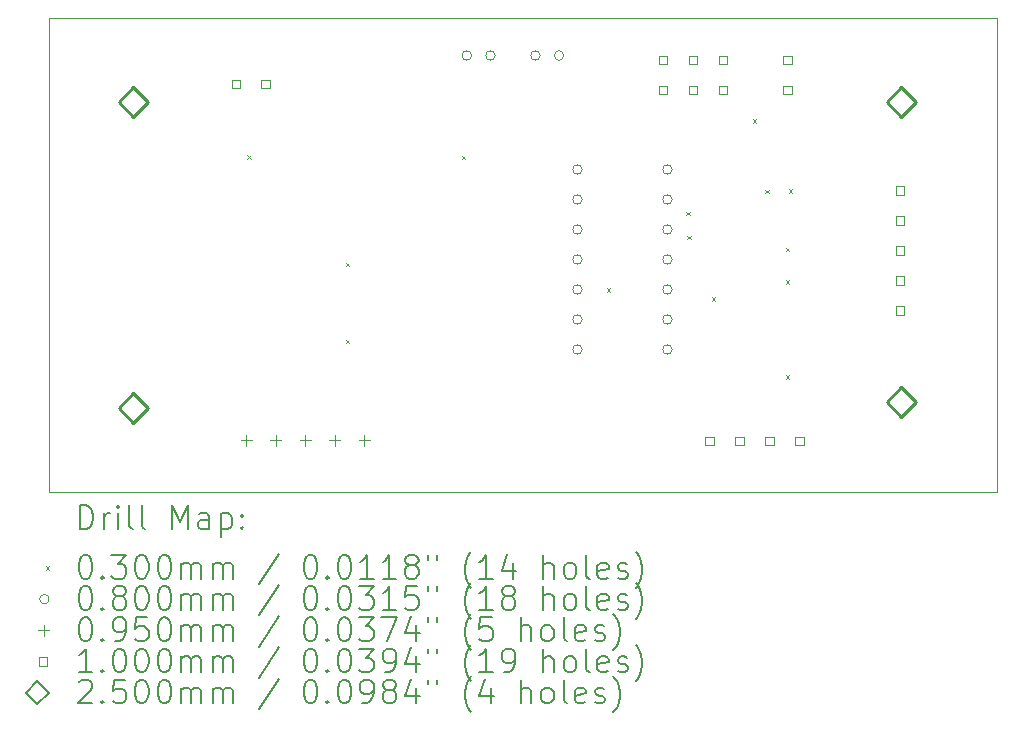
<source format=gbr>
%TF.GenerationSoftware,KiCad,Pcbnew,8.0.5*%
%TF.CreationDate,2024-10-11T14:34:06+02:00*%
%TF.ProjectId,SMD-Loetstation,534d442d-4c6f-4657-9473-746174696f6e,rev?*%
%TF.SameCoordinates,Original*%
%TF.FileFunction,Drillmap*%
%TF.FilePolarity,Positive*%
%FSLAX45Y45*%
G04 Gerber Fmt 4.5, Leading zero omitted, Abs format (unit mm)*
G04 Created by KiCad (PCBNEW 8.0.5) date 2024-10-11 14:34:06*
%MOMM*%
%LPD*%
G01*
G04 APERTURE LIST*
%ADD10C,0.050000*%
%ADD11C,0.200000*%
%ADD12C,0.100000*%
%ADD13C,0.250000*%
G04 APERTURE END LIST*
D10*
X9753600Y-7162800D02*
X17780000Y-7162800D01*
X17780000Y-7162800D02*
X17780000Y-11176000D01*
X17780000Y-11176000D02*
X9753600Y-11176000D01*
X9753600Y-11176000D02*
X9753600Y-7162800D01*
D11*
D12*
X11430240Y-8326360D02*
X11460240Y-8356360D01*
X11460240Y-8326360D02*
X11430240Y-8356360D01*
X12263360Y-9235680D02*
X12293360Y-9265680D01*
X12293360Y-9235680D02*
X12263360Y-9265680D01*
X12263360Y-9885920D02*
X12293360Y-9915920D01*
X12293360Y-9885920D02*
X12263360Y-9915920D01*
X13243800Y-8330000D02*
X13273800Y-8360000D01*
X13273800Y-8330000D02*
X13243800Y-8360000D01*
X14470620Y-9451580D02*
X14500620Y-9481580D01*
X14500620Y-9451580D02*
X14470620Y-9481580D01*
X15143720Y-8803880D02*
X15173720Y-8833880D01*
X15173720Y-8803880D02*
X15143720Y-8833880D01*
X15153880Y-9007080D02*
X15183880Y-9037080D01*
X15183880Y-9007080D02*
X15153880Y-9037080D01*
X15362160Y-9525240D02*
X15392160Y-9555240D01*
X15392160Y-9525240D02*
X15362160Y-9555240D01*
X15707600Y-8021560D02*
X15737600Y-8051560D01*
X15737600Y-8021560D02*
X15707600Y-8051560D01*
X15814280Y-8615920D02*
X15844280Y-8645920D01*
X15844280Y-8615920D02*
X15814280Y-8645920D01*
X15987000Y-9106140D02*
X16017000Y-9136140D01*
X16017000Y-9106140D02*
X15987000Y-9136140D01*
X15987000Y-9383000D02*
X16017000Y-9413000D01*
X16017000Y-9383000D02*
X15987000Y-9413000D01*
X15987000Y-10186300D02*
X16017000Y-10216300D01*
X16017000Y-10186300D02*
X15987000Y-10216300D01*
X16012400Y-8613380D02*
X16042400Y-8643380D01*
X16042400Y-8613380D02*
X16012400Y-8643380D01*
X13327400Y-7480300D02*
G75*
G02*
X13247400Y-7480300I-40000J0D01*
G01*
X13247400Y-7480300D02*
G75*
G02*
X13327400Y-7480300I40000J0D01*
G01*
X13527400Y-7480300D02*
G75*
G02*
X13447400Y-7480300I-40000J0D01*
G01*
X13447400Y-7480300D02*
G75*
G02*
X13527400Y-7480300I40000J0D01*
G01*
X13908400Y-7480300D02*
G75*
G02*
X13828400Y-7480300I-40000J0D01*
G01*
X13828400Y-7480300D02*
G75*
G02*
X13908400Y-7480300I40000J0D01*
G01*
X14108400Y-7480300D02*
G75*
G02*
X14028400Y-7480300I-40000J0D01*
G01*
X14028400Y-7480300D02*
G75*
G02*
X14108400Y-7480300I40000J0D01*
G01*
X14264000Y-8445500D02*
G75*
G02*
X14184000Y-8445500I-40000J0D01*
G01*
X14184000Y-8445500D02*
G75*
G02*
X14264000Y-8445500I40000J0D01*
G01*
X14264000Y-8699500D02*
G75*
G02*
X14184000Y-8699500I-40000J0D01*
G01*
X14184000Y-8699500D02*
G75*
G02*
X14264000Y-8699500I40000J0D01*
G01*
X14264000Y-8953500D02*
G75*
G02*
X14184000Y-8953500I-40000J0D01*
G01*
X14184000Y-8953500D02*
G75*
G02*
X14264000Y-8953500I40000J0D01*
G01*
X14264000Y-9207500D02*
G75*
G02*
X14184000Y-9207500I-40000J0D01*
G01*
X14184000Y-9207500D02*
G75*
G02*
X14264000Y-9207500I40000J0D01*
G01*
X14264000Y-9461500D02*
G75*
G02*
X14184000Y-9461500I-40000J0D01*
G01*
X14184000Y-9461500D02*
G75*
G02*
X14264000Y-9461500I40000J0D01*
G01*
X14264000Y-9715500D02*
G75*
G02*
X14184000Y-9715500I-40000J0D01*
G01*
X14184000Y-9715500D02*
G75*
G02*
X14264000Y-9715500I40000J0D01*
G01*
X14264000Y-9969500D02*
G75*
G02*
X14184000Y-9969500I-40000J0D01*
G01*
X14184000Y-9969500D02*
G75*
G02*
X14264000Y-9969500I40000J0D01*
G01*
X15026000Y-8445500D02*
G75*
G02*
X14946000Y-8445500I-40000J0D01*
G01*
X14946000Y-8445500D02*
G75*
G02*
X15026000Y-8445500I40000J0D01*
G01*
X15026000Y-8699500D02*
G75*
G02*
X14946000Y-8699500I-40000J0D01*
G01*
X14946000Y-8699500D02*
G75*
G02*
X15026000Y-8699500I40000J0D01*
G01*
X15026000Y-8953500D02*
G75*
G02*
X14946000Y-8953500I-40000J0D01*
G01*
X14946000Y-8953500D02*
G75*
G02*
X15026000Y-8953500I40000J0D01*
G01*
X15026000Y-9207500D02*
G75*
G02*
X14946000Y-9207500I-40000J0D01*
G01*
X14946000Y-9207500D02*
G75*
G02*
X15026000Y-9207500I40000J0D01*
G01*
X15026000Y-9461500D02*
G75*
G02*
X14946000Y-9461500I-40000J0D01*
G01*
X14946000Y-9461500D02*
G75*
G02*
X15026000Y-9461500I40000J0D01*
G01*
X15026000Y-9715500D02*
G75*
G02*
X14946000Y-9715500I-40000J0D01*
G01*
X14946000Y-9715500D02*
G75*
G02*
X15026000Y-9715500I40000J0D01*
G01*
X15026000Y-9969500D02*
G75*
G02*
X14946000Y-9969500I-40000J0D01*
G01*
X14946000Y-9969500D02*
G75*
G02*
X15026000Y-9969500I40000J0D01*
G01*
X11419140Y-10691620D02*
X11419140Y-10786620D01*
X11371640Y-10739120D02*
X11466640Y-10739120D01*
X11669140Y-10691620D02*
X11669140Y-10786620D01*
X11621640Y-10739120D02*
X11716640Y-10739120D01*
X11919140Y-10691620D02*
X11919140Y-10786620D01*
X11871640Y-10739120D02*
X11966640Y-10739120D01*
X12169140Y-10691620D02*
X12169140Y-10786620D01*
X12121640Y-10739120D02*
X12216640Y-10739120D01*
X12419140Y-10691620D02*
X12419140Y-10786620D01*
X12371640Y-10739120D02*
X12466640Y-10739120D01*
X11367756Y-7756956D02*
X11367756Y-7686244D01*
X11297044Y-7686244D01*
X11297044Y-7756956D01*
X11367756Y-7756956D01*
X11617756Y-7756956D02*
X11617756Y-7686244D01*
X11547044Y-7686244D01*
X11547044Y-7756956D01*
X11617756Y-7756956D01*
X14983256Y-7553756D02*
X14983256Y-7483044D01*
X14912544Y-7483044D01*
X14912544Y-7553756D01*
X14983256Y-7553756D01*
X14983256Y-7807756D02*
X14983256Y-7737044D01*
X14912544Y-7737044D01*
X14912544Y-7807756D01*
X14983256Y-7807756D01*
X15237256Y-7553756D02*
X15237256Y-7483044D01*
X15166544Y-7483044D01*
X15166544Y-7553756D01*
X15237256Y-7553756D01*
X15237256Y-7807756D02*
X15237256Y-7737044D01*
X15166544Y-7737044D01*
X15166544Y-7807756D01*
X15237256Y-7807756D01*
X15376956Y-10777016D02*
X15376956Y-10706304D01*
X15306244Y-10706304D01*
X15306244Y-10777016D01*
X15376956Y-10777016D01*
X15491256Y-7553756D02*
X15491256Y-7483044D01*
X15420544Y-7483044D01*
X15420544Y-7553756D01*
X15491256Y-7553756D01*
X15491256Y-7807756D02*
X15491256Y-7737044D01*
X15420544Y-7737044D01*
X15420544Y-7807756D01*
X15491256Y-7807756D01*
X15630956Y-10777016D02*
X15630956Y-10706304D01*
X15560244Y-10706304D01*
X15560244Y-10777016D01*
X15630956Y-10777016D01*
X15884956Y-10777016D02*
X15884956Y-10706304D01*
X15814244Y-10706304D01*
X15814244Y-10777016D01*
X15884956Y-10777016D01*
X16037356Y-7553756D02*
X16037356Y-7483044D01*
X15966644Y-7483044D01*
X15966644Y-7553756D01*
X16037356Y-7553756D01*
X16037356Y-7807756D02*
X16037356Y-7737044D01*
X15966644Y-7737044D01*
X15966644Y-7807756D01*
X16037356Y-7807756D01*
X16138956Y-10777016D02*
X16138956Y-10706304D01*
X16068244Y-10706304D01*
X16068244Y-10777016D01*
X16138956Y-10777016D01*
X16989856Y-8658656D02*
X16989856Y-8587944D01*
X16919144Y-8587944D01*
X16919144Y-8658656D01*
X16989856Y-8658656D01*
X16989856Y-8912656D02*
X16989856Y-8841944D01*
X16919144Y-8841944D01*
X16919144Y-8912656D01*
X16989856Y-8912656D01*
X16989856Y-9166656D02*
X16989856Y-9095944D01*
X16919144Y-9095944D01*
X16919144Y-9166656D01*
X16989856Y-9166656D01*
X16989856Y-9420656D02*
X16989856Y-9349944D01*
X16919144Y-9349944D01*
X16919144Y-9420656D01*
X16989856Y-9420656D01*
X16989856Y-9674656D02*
X16989856Y-9603944D01*
X16919144Y-9603944D01*
X16919144Y-9674656D01*
X16989856Y-9674656D01*
D13*
X10464800Y-7999000D02*
X10589800Y-7874000D01*
X10464800Y-7749000D01*
X10339800Y-7874000D01*
X10464800Y-7999000D01*
X10464800Y-10589800D02*
X10589800Y-10464800D01*
X10464800Y-10339800D01*
X10339800Y-10464800D01*
X10464800Y-10589800D01*
X16967200Y-7999000D02*
X17092200Y-7874000D01*
X16967200Y-7749000D01*
X16842200Y-7874000D01*
X16967200Y-7999000D01*
X16967200Y-10539000D02*
X17092200Y-10414000D01*
X16967200Y-10289000D01*
X16842200Y-10414000D01*
X16967200Y-10539000D01*
D11*
X10011877Y-11489984D02*
X10011877Y-11289984D01*
X10011877Y-11289984D02*
X10059496Y-11289984D01*
X10059496Y-11289984D02*
X10088067Y-11299508D01*
X10088067Y-11299508D02*
X10107115Y-11318555D01*
X10107115Y-11318555D02*
X10116639Y-11337603D01*
X10116639Y-11337603D02*
X10126163Y-11375698D01*
X10126163Y-11375698D02*
X10126163Y-11404269D01*
X10126163Y-11404269D02*
X10116639Y-11442365D01*
X10116639Y-11442365D02*
X10107115Y-11461412D01*
X10107115Y-11461412D02*
X10088067Y-11480460D01*
X10088067Y-11480460D02*
X10059496Y-11489984D01*
X10059496Y-11489984D02*
X10011877Y-11489984D01*
X10211877Y-11489984D02*
X10211877Y-11356650D01*
X10211877Y-11394746D02*
X10221401Y-11375698D01*
X10221401Y-11375698D02*
X10230924Y-11366174D01*
X10230924Y-11366174D02*
X10249972Y-11356650D01*
X10249972Y-11356650D02*
X10269020Y-11356650D01*
X10335686Y-11489984D02*
X10335686Y-11356650D01*
X10335686Y-11289984D02*
X10326163Y-11299508D01*
X10326163Y-11299508D02*
X10335686Y-11309031D01*
X10335686Y-11309031D02*
X10345210Y-11299508D01*
X10345210Y-11299508D02*
X10335686Y-11289984D01*
X10335686Y-11289984D02*
X10335686Y-11309031D01*
X10459496Y-11489984D02*
X10440448Y-11480460D01*
X10440448Y-11480460D02*
X10430924Y-11461412D01*
X10430924Y-11461412D02*
X10430924Y-11289984D01*
X10564258Y-11489984D02*
X10545210Y-11480460D01*
X10545210Y-11480460D02*
X10535686Y-11461412D01*
X10535686Y-11461412D02*
X10535686Y-11289984D01*
X10792829Y-11489984D02*
X10792829Y-11289984D01*
X10792829Y-11289984D02*
X10859496Y-11432841D01*
X10859496Y-11432841D02*
X10926163Y-11289984D01*
X10926163Y-11289984D02*
X10926163Y-11489984D01*
X11107115Y-11489984D02*
X11107115Y-11385222D01*
X11107115Y-11385222D02*
X11097591Y-11366174D01*
X11097591Y-11366174D02*
X11078544Y-11356650D01*
X11078544Y-11356650D02*
X11040448Y-11356650D01*
X11040448Y-11356650D02*
X11021401Y-11366174D01*
X11107115Y-11480460D02*
X11088067Y-11489984D01*
X11088067Y-11489984D02*
X11040448Y-11489984D01*
X11040448Y-11489984D02*
X11021401Y-11480460D01*
X11021401Y-11480460D02*
X11011877Y-11461412D01*
X11011877Y-11461412D02*
X11011877Y-11442365D01*
X11011877Y-11442365D02*
X11021401Y-11423317D01*
X11021401Y-11423317D02*
X11040448Y-11413793D01*
X11040448Y-11413793D02*
X11088067Y-11413793D01*
X11088067Y-11413793D02*
X11107115Y-11404269D01*
X11202353Y-11356650D02*
X11202353Y-11556650D01*
X11202353Y-11366174D02*
X11221401Y-11356650D01*
X11221401Y-11356650D02*
X11259496Y-11356650D01*
X11259496Y-11356650D02*
X11278543Y-11366174D01*
X11278543Y-11366174D02*
X11288067Y-11375698D01*
X11288067Y-11375698D02*
X11297591Y-11394746D01*
X11297591Y-11394746D02*
X11297591Y-11451888D01*
X11297591Y-11451888D02*
X11288067Y-11470936D01*
X11288067Y-11470936D02*
X11278543Y-11480460D01*
X11278543Y-11480460D02*
X11259496Y-11489984D01*
X11259496Y-11489984D02*
X11221401Y-11489984D01*
X11221401Y-11489984D02*
X11202353Y-11480460D01*
X11383305Y-11470936D02*
X11392829Y-11480460D01*
X11392829Y-11480460D02*
X11383305Y-11489984D01*
X11383305Y-11489984D02*
X11373782Y-11480460D01*
X11373782Y-11480460D02*
X11383305Y-11470936D01*
X11383305Y-11470936D02*
X11383305Y-11489984D01*
X11383305Y-11366174D02*
X11392829Y-11375698D01*
X11392829Y-11375698D02*
X11383305Y-11385222D01*
X11383305Y-11385222D02*
X11373782Y-11375698D01*
X11373782Y-11375698D02*
X11383305Y-11366174D01*
X11383305Y-11366174D02*
X11383305Y-11385222D01*
D12*
X9721100Y-11803500D02*
X9751100Y-11833500D01*
X9751100Y-11803500D02*
X9721100Y-11833500D01*
D11*
X10049972Y-11709984D02*
X10069020Y-11709984D01*
X10069020Y-11709984D02*
X10088067Y-11719508D01*
X10088067Y-11719508D02*
X10097591Y-11729031D01*
X10097591Y-11729031D02*
X10107115Y-11748079D01*
X10107115Y-11748079D02*
X10116639Y-11786174D01*
X10116639Y-11786174D02*
X10116639Y-11833793D01*
X10116639Y-11833793D02*
X10107115Y-11871888D01*
X10107115Y-11871888D02*
X10097591Y-11890936D01*
X10097591Y-11890936D02*
X10088067Y-11900460D01*
X10088067Y-11900460D02*
X10069020Y-11909984D01*
X10069020Y-11909984D02*
X10049972Y-11909984D01*
X10049972Y-11909984D02*
X10030924Y-11900460D01*
X10030924Y-11900460D02*
X10021401Y-11890936D01*
X10021401Y-11890936D02*
X10011877Y-11871888D01*
X10011877Y-11871888D02*
X10002353Y-11833793D01*
X10002353Y-11833793D02*
X10002353Y-11786174D01*
X10002353Y-11786174D02*
X10011877Y-11748079D01*
X10011877Y-11748079D02*
X10021401Y-11729031D01*
X10021401Y-11729031D02*
X10030924Y-11719508D01*
X10030924Y-11719508D02*
X10049972Y-11709984D01*
X10202353Y-11890936D02*
X10211877Y-11900460D01*
X10211877Y-11900460D02*
X10202353Y-11909984D01*
X10202353Y-11909984D02*
X10192829Y-11900460D01*
X10192829Y-11900460D02*
X10202353Y-11890936D01*
X10202353Y-11890936D02*
X10202353Y-11909984D01*
X10278544Y-11709984D02*
X10402353Y-11709984D01*
X10402353Y-11709984D02*
X10335686Y-11786174D01*
X10335686Y-11786174D02*
X10364258Y-11786174D01*
X10364258Y-11786174D02*
X10383305Y-11795698D01*
X10383305Y-11795698D02*
X10392829Y-11805222D01*
X10392829Y-11805222D02*
X10402353Y-11824269D01*
X10402353Y-11824269D02*
X10402353Y-11871888D01*
X10402353Y-11871888D02*
X10392829Y-11890936D01*
X10392829Y-11890936D02*
X10383305Y-11900460D01*
X10383305Y-11900460D02*
X10364258Y-11909984D01*
X10364258Y-11909984D02*
X10307115Y-11909984D01*
X10307115Y-11909984D02*
X10288067Y-11900460D01*
X10288067Y-11900460D02*
X10278544Y-11890936D01*
X10526163Y-11709984D02*
X10545210Y-11709984D01*
X10545210Y-11709984D02*
X10564258Y-11719508D01*
X10564258Y-11719508D02*
X10573782Y-11729031D01*
X10573782Y-11729031D02*
X10583305Y-11748079D01*
X10583305Y-11748079D02*
X10592829Y-11786174D01*
X10592829Y-11786174D02*
X10592829Y-11833793D01*
X10592829Y-11833793D02*
X10583305Y-11871888D01*
X10583305Y-11871888D02*
X10573782Y-11890936D01*
X10573782Y-11890936D02*
X10564258Y-11900460D01*
X10564258Y-11900460D02*
X10545210Y-11909984D01*
X10545210Y-11909984D02*
X10526163Y-11909984D01*
X10526163Y-11909984D02*
X10507115Y-11900460D01*
X10507115Y-11900460D02*
X10497591Y-11890936D01*
X10497591Y-11890936D02*
X10488067Y-11871888D01*
X10488067Y-11871888D02*
X10478544Y-11833793D01*
X10478544Y-11833793D02*
X10478544Y-11786174D01*
X10478544Y-11786174D02*
X10488067Y-11748079D01*
X10488067Y-11748079D02*
X10497591Y-11729031D01*
X10497591Y-11729031D02*
X10507115Y-11719508D01*
X10507115Y-11719508D02*
X10526163Y-11709984D01*
X10716639Y-11709984D02*
X10735686Y-11709984D01*
X10735686Y-11709984D02*
X10754734Y-11719508D01*
X10754734Y-11719508D02*
X10764258Y-11729031D01*
X10764258Y-11729031D02*
X10773782Y-11748079D01*
X10773782Y-11748079D02*
X10783305Y-11786174D01*
X10783305Y-11786174D02*
X10783305Y-11833793D01*
X10783305Y-11833793D02*
X10773782Y-11871888D01*
X10773782Y-11871888D02*
X10764258Y-11890936D01*
X10764258Y-11890936D02*
X10754734Y-11900460D01*
X10754734Y-11900460D02*
X10735686Y-11909984D01*
X10735686Y-11909984D02*
X10716639Y-11909984D01*
X10716639Y-11909984D02*
X10697591Y-11900460D01*
X10697591Y-11900460D02*
X10688067Y-11890936D01*
X10688067Y-11890936D02*
X10678544Y-11871888D01*
X10678544Y-11871888D02*
X10669020Y-11833793D01*
X10669020Y-11833793D02*
X10669020Y-11786174D01*
X10669020Y-11786174D02*
X10678544Y-11748079D01*
X10678544Y-11748079D02*
X10688067Y-11729031D01*
X10688067Y-11729031D02*
X10697591Y-11719508D01*
X10697591Y-11719508D02*
X10716639Y-11709984D01*
X10869020Y-11909984D02*
X10869020Y-11776650D01*
X10869020Y-11795698D02*
X10878544Y-11786174D01*
X10878544Y-11786174D02*
X10897591Y-11776650D01*
X10897591Y-11776650D02*
X10926163Y-11776650D01*
X10926163Y-11776650D02*
X10945210Y-11786174D01*
X10945210Y-11786174D02*
X10954734Y-11805222D01*
X10954734Y-11805222D02*
X10954734Y-11909984D01*
X10954734Y-11805222D02*
X10964258Y-11786174D01*
X10964258Y-11786174D02*
X10983305Y-11776650D01*
X10983305Y-11776650D02*
X11011877Y-11776650D01*
X11011877Y-11776650D02*
X11030925Y-11786174D01*
X11030925Y-11786174D02*
X11040448Y-11805222D01*
X11040448Y-11805222D02*
X11040448Y-11909984D01*
X11135686Y-11909984D02*
X11135686Y-11776650D01*
X11135686Y-11795698D02*
X11145210Y-11786174D01*
X11145210Y-11786174D02*
X11164258Y-11776650D01*
X11164258Y-11776650D02*
X11192829Y-11776650D01*
X11192829Y-11776650D02*
X11211877Y-11786174D01*
X11211877Y-11786174D02*
X11221401Y-11805222D01*
X11221401Y-11805222D02*
X11221401Y-11909984D01*
X11221401Y-11805222D02*
X11230924Y-11786174D01*
X11230924Y-11786174D02*
X11249972Y-11776650D01*
X11249972Y-11776650D02*
X11278543Y-11776650D01*
X11278543Y-11776650D02*
X11297591Y-11786174D01*
X11297591Y-11786174D02*
X11307115Y-11805222D01*
X11307115Y-11805222D02*
X11307115Y-11909984D01*
X11697591Y-11700460D02*
X11526163Y-11957603D01*
X11954734Y-11709984D02*
X11973782Y-11709984D01*
X11973782Y-11709984D02*
X11992829Y-11719508D01*
X11992829Y-11719508D02*
X12002353Y-11729031D01*
X12002353Y-11729031D02*
X12011877Y-11748079D01*
X12011877Y-11748079D02*
X12021401Y-11786174D01*
X12021401Y-11786174D02*
X12021401Y-11833793D01*
X12021401Y-11833793D02*
X12011877Y-11871888D01*
X12011877Y-11871888D02*
X12002353Y-11890936D01*
X12002353Y-11890936D02*
X11992829Y-11900460D01*
X11992829Y-11900460D02*
X11973782Y-11909984D01*
X11973782Y-11909984D02*
X11954734Y-11909984D01*
X11954734Y-11909984D02*
X11935686Y-11900460D01*
X11935686Y-11900460D02*
X11926163Y-11890936D01*
X11926163Y-11890936D02*
X11916639Y-11871888D01*
X11916639Y-11871888D02*
X11907115Y-11833793D01*
X11907115Y-11833793D02*
X11907115Y-11786174D01*
X11907115Y-11786174D02*
X11916639Y-11748079D01*
X11916639Y-11748079D02*
X11926163Y-11729031D01*
X11926163Y-11729031D02*
X11935686Y-11719508D01*
X11935686Y-11719508D02*
X11954734Y-11709984D01*
X12107115Y-11890936D02*
X12116639Y-11900460D01*
X12116639Y-11900460D02*
X12107115Y-11909984D01*
X12107115Y-11909984D02*
X12097591Y-11900460D01*
X12097591Y-11900460D02*
X12107115Y-11890936D01*
X12107115Y-11890936D02*
X12107115Y-11909984D01*
X12240448Y-11709984D02*
X12259496Y-11709984D01*
X12259496Y-11709984D02*
X12278544Y-11719508D01*
X12278544Y-11719508D02*
X12288067Y-11729031D01*
X12288067Y-11729031D02*
X12297591Y-11748079D01*
X12297591Y-11748079D02*
X12307115Y-11786174D01*
X12307115Y-11786174D02*
X12307115Y-11833793D01*
X12307115Y-11833793D02*
X12297591Y-11871888D01*
X12297591Y-11871888D02*
X12288067Y-11890936D01*
X12288067Y-11890936D02*
X12278544Y-11900460D01*
X12278544Y-11900460D02*
X12259496Y-11909984D01*
X12259496Y-11909984D02*
X12240448Y-11909984D01*
X12240448Y-11909984D02*
X12221401Y-11900460D01*
X12221401Y-11900460D02*
X12211877Y-11890936D01*
X12211877Y-11890936D02*
X12202353Y-11871888D01*
X12202353Y-11871888D02*
X12192829Y-11833793D01*
X12192829Y-11833793D02*
X12192829Y-11786174D01*
X12192829Y-11786174D02*
X12202353Y-11748079D01*
X12202353Y-11748079D02*
X12211877Y-11729031D01*
X12211877Y-11729031D02*
X12221401Y-11719508D01*
X12221401Y-11719508D02*
X12240448Y-11709984D01*
X12497591Y-11909984D02*
X12383306Y-11909984D01*
X12440448Y-11909984D02*
X12440448Y-11709984D01*
X12440448Y-11709984D02*
X12421401Y-11738555D01*
X12421401Y-11738555D02*
X12402353Y-11757603D01*
X12402353Y-11757603D02*
X12383306Y-11767127D01*
X12688067Y-11909984D02*
X12573782Y-11909984D01*
X12630925Y-11909984D02*
X12630925Y-11709984D01*
X12630925Y-11709984D02*
X12611877Y-11738555D01*
X12611877Y-11738555D02*
X12592829Y-11757603D01*
X12592829Y-11757603D02*
X12573782Y-11767127D01*
X12802353Y-11795698D02*
X12783306Y-11786174D01*
X12783306Y-11786174D02*
X12773782Y-11776650D01*
X12773782Y-11776650D02*
X12764258Y-11757603D01*
X12764258Y-11757603D02*
X12764258Y-11748079D01*
X12764258Y-11748079D02*
X12773782Y-11729031D01*
X12773782Y-11729031D02*
X12783306Y-11719508D01*
X12783306Y-11719508D02*
X12802353Y-11709984D01*
X12802353Y-11709984D02*
X12840448Y-11709984D01*
X12840448Y-11709984D02*
X12859496Y-11719508D01*
X12859496Y-11719508D02*
X12869020Y-11729031D01*
X12869020Y-11729031D02*
X12878544Y-11748079D01*
X12878544Y-11748079D02*
X12878544Y-11757603D01*
X12878544Y-11757603D02*
X12869020Y-11776650D01*
X12869020Y-11776650D02*
X12859496Y-11786174D01*
X12859496Y-11786174D02*
X12840448Y-11795698D01*
X12840448Y-11795698D02*
X12802353Y-11795698D01*
X12802353Y-11795698D02*
X12783306Y-11805222D01*
X12783306Y-11805222D02*
X12773782Y-11814746D01*
X12773782Y-11814746D02*
X12764258Y-11833793D01*
X12764258Y-11833793D02*
X12764258Y-11871888D01*
X12764258Y-11871888D02*
X12773782Y-11890936D01*
X12773782Y-11890936D02*
X12783306Y-11900460D01*
X12783306Y-11900460D02*
X12802353Y-11909984D01*
X12802353Y-11909984D02*
X12840448Y-11909984D01*
X12840448Y-11909984D02*
X12859496Y-11900460D01*
X12859496Y-11900460D02*
X12869020Y-11890936D01*
X12869020Y-11890936D02*
X12878544Y-11871888D01*
X12878544Y-11871888D02*
X12878544Y-11833793D01*
X12878544Y-11833793D02*
X12869020Y-11814746D01*
X12869020Y-11814746D02*
X12859496Y-11805222D01*
X12859496Y-11805222D02*
X12840448Y-11795698D01*
X12954734Y-11709984D02*
X12954734Y-11748079D01*
X13030925Y-11709984D02*
X13030925Y-11748079D01*
X13326163Y-11986174D02*
X13316639Y-11976650D01*
X13316639Y-11976650D02*
X13297591Y-11948079D01*
X13297591Y-11948079D02*
X13288068Y-11929031D01*
X13288068Y-11929031D02*
X13278544Y-11900460D01*
X13278544Y-11900460D02*
X13269020Y-11852841D01*
X13269020Y-11852841D02*
X13269020Y-11814746D01*
X13269020Y-11814746D02*
X13278544Y-11767127D01*
X13278544Y-11767127D02*
X13288068Y-11738555D01*
X13288068Y-11738555D02*
X13297591Y-11719508D01*
X13297591Y-11719508D02*
X13316639Y-11690936D01*
X13316639Y-11690936D02*
X13326163Y-11681412D01*
X13507115Y-11909984D02*
X13392829Y-11909984D01*
X13449972Y-11909984D02*
X13449972Y-11709984D01*
X13449972Y-11709984D02*
X13430925Y-11738555D01*
X13430925Y-11738555D02*
X13411877Y-11757603D01*
X13411877Y-11757603D02*
X13392829Y-11767127D01*
X13678544Y-11776650D02*
X13678544Y-11909984D01*
X13630925Y-11700460D02*
X13583306Y-11843317D01*
X13583306Y-11843317D02*
X13707115Y-11843317D01*
X13935687Y-11909984D02*
X13935687Y-11709984D01*
X14021401Y-11909984D02*
X14021401Y-11805222D01*
X14021401Y-11805222D02*
X14011877Y-11786174D01*
X14011877Y-11786174D02*
X13992830Y-11776650D01*
X13992830Y-11776650D02*
X13964258Y-11776650D01*
X13964258Y-11776650D02*
X13945210Y-11786174D01*
X13945210Y-11786174D02*
X13935687Y-11795698D01*
X14145210Y-11909984D02*
X14126163Y-11900460D01*
X14126163Y-11900460D02*
X14116639Y-11890936D01*
X14116639Y-11890936D02*
X14107115Y-11871888D01*
X14107115Y-11871888D02*
X14107115Y-11814746D01*
X14107115Y-11814746D02*
X14116639Y-11795698D01*
X14116639Y-11795698D02*
X14126163Y-11786174D01*
X14126163Y-11786174D02*
X14145210Y-11776650D01*
X14145210Y-11776650D02*
X14173782Y-11776650D01*
X14173782Y-11776650D02*
X14192830Y-11786174D01*
X14192830Y-11786174D02*
X14202353Y-11795698D01*
X14202353Y-11795698D02*
X14211877Y-11814746D01*
X14211877Y-11814746D02*
X14211877Y-11871888D01*
X14211877Y-11871888D02*
X14202353Y-11890936D01*
X14202353Y-11890936D02*
X14192830Y-11900460D01*
X14192830Y-11900460D02*
X14173782Y-11909984D01*
X14173782Y-11909984D02*
X14145210Y-11909984D01*
X14326163Y-11909984D02*
X14307115Y-11900460D01*
X14307115Y-11900460D02*
X14297591Y-11881412D01*
X14297591Y-11881412D02*
X14297591Y-11709984D01*
X14478544Y-11900460D02*
X14459496Y-11909984D01*
X14459496Y-11909984D02*
X14421401Y-11909984D01*
X14421401Y-11909984D02*
X14402353Y-11900460D01*
X14402353Y-11900460D02*
X14392830Y-11881412D01*
X14392830Y-11881412D02*
X14392830Y-11805222D01*
X14392830Y-11805222D02*
X14402353Y-11786174D01*
X14402353Y-11786174D02*
X14421401Y-11776650D01*
X14421401Y-11776650D02*
X14459496Y-11776650D01*
X14459496Y-11776650D02*
X14478544Y-11786174D01*
X14478544Y-11786174D02*
X14488068Y-11805222D01*
X14488068Y-11805222D02*
X14488068Y-11824269D01*
X14488068Y-11824269D02*
X14392830Y-11843317D01*
X14564258Y-11900460D02*
X14583306Y-11909984D01*
X14583306Y-11909984D02*
X14621401Y-11909984D01*
X14621401Y-11909984D02*
X14640449Y-11900460D01*
X14640449Y-11900460D02*
X14649972Y-11881412D01*
X14649972Y-11881412D02*
X14649972Y-11871888D01*
X14649972Y-11871888D02*
X14640449Y-11852841D01*
X14640449Y-11852841D02*
X14621401Y-11843317D01*
X14621401Y-11843317D02*
X14592830Y-11843317D01*
X14592830Y-11843317D02*
X14573782Y-11833793D01*
X14573782Y-11833793D02*
X14564258Y-11814746D01*
X14564258Y-11814746D02*
X14564258Y-11805222D01*
X14564258Y-11805222D02*
X14573782Y-11786174D01*
X14573782Y-11786174D02*
X14592830Y-11776650D01*
X14592830Y-11776650D02*
X14621401Y-11776650D01*
X14621401Y-11776650D02*
X14640449Y-11786174D01*
X14716639Y-11986174D02*
X14726163Y-11976650D01*
X14726163Y-11976650D02*
X14745211Y-11948079D01*
X14745211Y-11948079D02*
X14754734Y-11929031D01*
X14754734Y-11929031D02*
X14764258Y-11900460D01*
X14764258Y-11900460D02*
X14773782Y-11852841D01*
X14773782Y-11852841D02*
X14773782Y-11814746D01*
X14773782Y-11814746D02*
X14764258Y-11767127D01*
X14764258Y-11767127D02*
X14754734Y-11738555D01*
X14754734Y-11738555D02*
X14745211Y-11719508D01*
X14745211Y-11719508D02*
X14726163Y-11690936D01*
X14726163Y-11690936D02*
X14716639Y-11681412D01*
D12*
X9751100Y-12082500D02*
G75*
G02*
X9671100Y-12082500I-40000J0D01*
G01*
X9671100Y-12082500D02*
G75*
G02*
X9751100Y-12082500I40000J0D01*
G01*
D11*
X10049972Y-11973984D02*
X10069020Y-11973984D01*
X10069020Y-11973984D02*
X10088067Y-11983508D01*
X10088067Y-11983508D02*
X10097591Y-11993031D01*
X10097591Y-11993031D02*
X10107115Y-12012079D01*
X10107115Y-12012079D02*
X10116639Y-12050174D01*
X10116639Y-12050174D02*
X10116639Y-12097793D01*
X10116639Y-12097793D02*
X10107115Y-12135888D01*
X10107115Y-12135888D02*
X10097591Y-12154936D01*
X10097591Y-12154936D02*
X10088067Y-12164460D01*
X10088067Y-12164460D02*
X10069020Y-12173984D01*
X10069020Y-12173984D02*
X10049972Y-12173984D01*
X10049972Y-12173984D02*
X10030924Y-12164460D01*
X10030924Y-12164460D02*
X10021401Y-12154936D01*
X10021401Y-12154936D02*
X10011877Y-12135888D01*
X10011877Y-12135888D02*
X10002353Y-12097793D01*
X10002353Y-12097793D02*
X10002353Y-12050174D01*
X10002353Y-12050174D02*
X10011877Y-12012079D01*
X10011877Y-12012079D02*
X10021401Y-11993031D01*
X10021401Y-11993031D02*
X10030924Y-11983508D01*
X10030924Y-11983508D02*
X10049972Y-11973984D01*
X10202353Y-12154936D02*
X10211877Y-12164460D01*
X10211877Y-12164460D02*
X10202353Y-12173984D01*
X10202353Y-12173984D02*
X10192829Y-12164460D01*
X10192829Y-12164460D02*
X10202353Y-12154936D01*
X10202353Y-12154936D02*
X10202353Y-12173984D01*
X10326163Y-12059698D02*
X10307115Y-12050174D01*
X10307115Y-12050174D02*
X10297591Y-12040650D01*
X10297591Y-12040650D02*
X10288067Y-12021603D01*
X10288067Y-12021603D02*
X10288067Y-12012079D01*
X10288067Y-12012079D02*
X10297591Y-11993031D01*
X10297591Y-11993031D02*
X10307115Y-11983508D01*
X10307115Y-11983508D02*
X10326163Y-11973984D01*
X10326163Y-11973984D02*
X10364258Y-11973984D01*
X10364258Y-11973984D02*
X10383305Y-11983508D01*
X10383305Y-11983508D02*
X10392829Y-11993031D01*
X10392829Y-11993031D02*
X10402353Y-12012079D01*
X10402353Y-12012079D02*
X10402353Y-12021603D01*
X10402353Y-12021603D02*
X10392829Y-12040650D01*
X10392829Y-12040650D02*
X10383305Y-12050174D01*
X10383305Y-12050174D02*
X10364258Y-12059698D01*
X10364258Y-12059698D02*
X10326163Y-12059698D01*
X10326163Y-12059698D02*
X10307115Y-12069222D01*
X10307115Y-12069222D02*
X10297591Y-12078746D01*
X10297591Y-12078746D02*
X10288067Y-12097793D01*
X10288067Y-12097793D02*
X10288067Y-12135888D01*
X10288067Y-12135888D02*
X10297591Y-12154936D01*
X10297591Y-12154936D02*
X10307115Y-12164460D01*
X10307115Y-12164460D02*
X10326163Y-12173984D01*
X10326163Y-12173984D02*
X10364258Y-12173984D01*
X10364258Y-12173984D02*
X10383305Y-12164460D01*
X10383305Y-12164460D02*
X10392829Y-12154936D01*
X10392829Y-12154936D02*
X10402353Y-12135888D01*
X10402353Y-12135888D02*
X10402353Y-12097793D01*
X10402353Y-12097793D02*
X10392829Y-12078746D01*
X10392829Y-12078746D02*
X10383305Y-12069222D01*
X10383305Y-12069222D02*
X10364258Y-12059698D01*
X10526163Y-11973984D02*
X10545210Y-11973984D01*
X10545210Y-11973984D02*
X10564258Y-11983508D01*
X10564258Y-11983508D02*
X10573782Y-11993031D01*
X10573782Y-11993031D02*
X10583305Y-12012079D01*
X10583305Y-12012079D02*
X10592829Y-12050174D01*
X10592829Y-12050174D02*
X10592829Y-12097793D01*
X10592829Y-12097793D02*
X10583305Y-12135888D01*
X10583305Y-12135888D02*
X10573782Y-12154936D01*
X10573782Y-12154936D02*
X10564258Y-12164460D01*
X10564258Y-12164460D02*
X10545210Y-12173984D01*
X10545210Y-12173984D02*
X10526163Y-12173984D01*
X10526163Y-12173984D02*
X10507115Y-12164460D01*
X10507115Y-12164460D02*
X10497591Y-12154936D01*
X10497591Y-12154936D02*
X10488067Y-12135888D01*
X10488067Y-12135888D02*
X10478544Y-12097793D01*
X10478544Y-12097793D02*
X10478544Y-12050174D01*
X10478544Y-12050174D02*
X10488067Y-12012079D01*
X10488067Y-12012079D02*
X10497591Y-11993031D01*
X10497591Y-11993031D02*
X10507115Y-11983508D01*
X10507115Y-11983508D02*
X10526163Y-11973984D01*
X10716639Y-11973984D02*
X10735686Y-11973984D01*
X10735686Y-11973984D02*
X10754734Y-11983508D01*
X10754734Y-11983508D02*
X10764258Y-11993031D01*
X10764258Y-11993031D02*
X10773782Y-12012079D01*
X10773782Y-12012079D02*
X10783305Y-12050174D01*
X10783305Y-12050174D02*
X10783305Y-12097793D01*
X10783305Y-12097793D02*
X10773782Y-12135888D01*
X10773782Y-12135888D02*
X10764258Y-12154936D01*
X10764258Y-12154936D02*
X10754734Y-12164460D01*
X10754734Y-12164460D02*
X10735686Y-12173984D01*
X10735686Y-12173984D02*
X10716639Y-12173984D01*
X10716639Y-12173984D02*
X10697591Y-12164460D01*
X10697591Y-12164460D02*
X10688067Y-12154936D01*
X10688067Y-12154936D02*
X10678544Y-12135888D01*
X10678544Y-12135888D02*
X10669020Y-12097793D01*
X10669020Y-12097793D02*
X10669020Y-12050174D01*
X10669020Y-12050174D02*
X10678544Y-12012079D01*
X10678544Y-12012079D02*
X10688067Y-11993031D01*
X10688067Y-11993031D02*
X10697591Y-11983508D01*
X10697591Y-11983508D02*
X10716639Y-11973984D01*
X10869020Y-12173984D02*
X10869020Y-12040650D01*
X10869020Y-12059698D02*
X10878544Y-12050174D01*
X10878544Y-12050174D02*
X10897591Y-12040650D01*
X10897591Y-12040650D02*
X10926163Y-12040650D01*
X10926163Y-12040650D02*
X10945210Y-12050174D01*
X10945210Y-12050174D02*
X10954734Y-12069222D01*
X10954734Y-12069222D02*
X10954734Y-12173984D01*
X10954734Y-12069222D02*
X10964258Y-12050174D01*
X10964258Y-12050174D02*
X10983305Y-12040650D01*
X10983305Y-12040650D02*
X11011877Y-12040650D01*
X11011877Y-12040650D02*
X11030925Y-12050174D01*
X11030925Y-12050174D02*
X11040448Y-12069222D01*
X11040448Y-12069222D02*
X11040448Y-12173984D01*
X11135686Y-12173984D02*
X11135686Y-12040650D01*
X11135686Y-12059698D02*
X11145210Y-12050174D01*
X11145210Y-12050174D02*
X11164258Y-12040650D01*
X11164258Y-12040650D02*
X11192829Y-12040650D01*
X11192829Y-12040650D02*
X11211877Y-12050174D01*
X11211877Y-12050174D02*
X11221401Y-12069222D01*
X11221401Y-12069222D02*
X11221401Y-12173984D01*
X11221401Y-12069222D02*
X11230924Y-12050174D01*
X11230924Y-12050174D02*
X11249972Y-12040650D01*
X11249972Y-12040650D02*
X11278543Y-12040650D01*
X11278543Y-12040650D02*
X11297591Y-12050174D01*
X11297591Y-12050174D02*
X11307115Y-12069222D01*
X11307115Y-12069222D02*
X11307115Y-12173984D01*
X11697591Y-11964460D02*
X11526163Y-12221603D01*
X11954734Y-11973984D02*
X11973782Y-11973984D01*
X11973782Y-11973984D02*
X11992829Y-11983508D01*
X11992829Y-11983508D02*
X12002353Y-11993031D01*
X12002353Y-11993031D02*
X12011877Y-12012079D01*
X12011877Y-12012079D02*
X12021401Y-12050174D01*
X12021401Y-12050174D02*
X12021401Y-12097793D01*
X12021401Y-12097793D02*
X12011877Y-12135888D01*
X12011877Y-12135888D02*
X12002353Y-12154936D01*
X12002353Y-12154936D02*
X11992829Y-12164460D01*
X11992829Y-12164460D02*
X11973782Y-12173984D01*
X11973782Y-12173984D02*
X11954734Y-12173984D01*
X11954734Y-12173984D02*
X11935686Y-12164460D01*
X11935686Y-12164460D02*
X11926163Y-12154936D01*
X11926163Y-12154936D02*
X11916639Y-12135888D01*
X11916639Y-12135888D02*
X11907115Y-12097793D01*
X11907115Y-12097793D02*
X11907115Y-12050174D01*
X11907115Y-12050174D02*
X11916639Y-12012079D01*
X11916639Y-12012079D02*
X11926163Y-11993031D01*
X11926163Y-11993031D02*
X11935686Y-11983508D01*
X11935686Y-11983508D02*
X11954734Y-11973984D01*
X12107115Y-12154936D02*
X12116639Y-12164460D01*
X12116639Y-12164460D02*
X12107115Y-12173984D01*
X12107115Y-12173984D02*
X12097591Y-12164460D01*
X12097591Y-12164460D02*
X12107115Y-12154936D01*
X12107115Y-12154936D02*
X12107115Y-12173984D01*
X12240448Y-11973984D02*
X12259496Y-11973984D01*
X12259496Y-11973984D02*
X12278544Y-11983508D01*
X12278544Y-11983508D02*
X12288067Y-11993031D01*
X12288067Y-11993031D02*
X12297591Y-12012079D01*
X12297591Y-12012079D02*
X12307115Y-12050174D01*
X12307115Y-12050174D02*
X12307115Y-12097793D01*
X12307115Y-12097793D02*
X12297591Y-12135888D01*
X12297591Y-12135888D02*
X12288067Y-12154936D01*
X12288067Y-12154936D02*
X12278544Y-12164460D01*
X12278544Y-12164460D02*
X12259496Y-12173984D01*
X12259496Y-12173984D02*
X12240448Y-12173984D01*
X12240448Y-12173984D02*
X12221401Y-12164460D01*
X12221401Y-12164460D02*
X12211877Y-12154936D01*
X12211877Y-12154936D02*
X12202353Y-12135888D01*
X12202353Y-12135888D02*
X12192829Y-12097793D01*
X12192829Y-12097793D02*
X12192829Y-12050174D01*
X12192829Y-12050174D02*
X12202353Y-12012079D01*
X12202353Y-12012079D02*
X12211877Y-11993031D01*
X12211877Y-11993031D02*
X12221401Y-11983508D01*
X12221401Y-11983508D02*
X12240448Y-11973984D01*
X12373782Y-11973984D02*
X12497591Y-11973984D01*
X12497591Y-11973984D02*
X12430925Y-12050174D01*
X12430925Y-12050174D02*
X12459496Y-12050174D01*
X12459496Y-12050174D02*
X12478544Y-12059698D01*
X12478544Y-12059698D02*
X12488067Y-12069222D01*
X12488067Y-12069222D02*
X12497591Y-12088269D01*
X12497591Y-12088269D02*
X12497591Y-12135888D01*
X12497591Y-12135888D02*
X12488067Y-12154936D01*
X12488067Y-12154936D02*
X12478544Y-12164460D01*
X12478544Y-12164460D02*
X12459496Y-12173984D01*
X12459496Y-12173984D02*
X12402353Y-12173984D01*
X12402353Y-12173984D02*
X12383306Y-12164460D01*
X12383306Y-12164460D02*
X12373782Y-12154936D01*
X12688067Y-12173984D02*
X12573782Y-12173984D01*
X12630925Y-12173984D02*
X12630925Y-11973984D01*
X12630925Y-11973984D02*
X12611877Y-12002555D01*
X12611877Y-12002555D02*
X12592829Y-12021603D01*
X12592829Y-12021603D02*
X12573782Y-12031127D01*
X12869020Y-11973984D02*
X12773782Y-11973984D01*
X12773782Y-11973984D02*
X12764258Y-12069222D01*
X12764258Y-12069222D02*
X12773782Y-12059698D01*
X12773782Y-12059698D02*
X12792829Y-12050174D01*
X12792829Y-12050174D02*
X12840448Y-12050174D01*
X12840448Y-12050174D02*
X12859496Y-12059698D01*
X12859496Y-12059698D02*
X12869020Y-12069222D01*
X12869020Y-12069222D02*
X12878544Y-12088269D01*
X12878544Y-12088269D02*
X12878544Y-12135888D01*
X12878544Y-12135888D02*
X12869020Y-12154936D01*
X12869020Y-12154936D02*
X12859496Y-12164460D01*
X12859496Y-12164460D02*
X12840448Y-12173984D01*
X12840448Y-12173984D02*
X12792829Y-12173984D01*
X12792829Y-12173984D02*
X12773782Y-12164460D01*
X12773782Y-12164460D02*
X12764258Y-12154936D01*
X12954734Y-11973984D02*
X12954734Y-12012079D01*
X13030925Y-11973984D02*
X13030925Y-12012079D01*
X13326163Y-12250174D02*
X13316639Y-12240650D01*
X13316639Y-12240650D02*
X13297591Y-12212079D01*
X13297591Y-12212079D02*
X13288068Y-12193031D01*
X13288068Y-12193031D02*
X13278544Y-12164460D01*
X13278544Y-12164460D02*
X13269020Y-12116841D01*
X13269020Y-12116841D02*
X13269020Y-12078746D01*
X13269020Y-12078746D02*
X13278544Y-12031127D01*
X13278544Y-12031127D02*
X13288068Y-12002555D01*
X13288068Y-12002555D02*
X13297591Y-11983508D01*
X13297591Y-11983508D02*
X13316639Y-11954936D01*
X13316639Y-11954936D02*
X13326163Y-11945412D01*
X13507115Y-12173984D02*
X13392829Y-12173984D01*
X13449972Y-12173984D02*
X13449972Y-11973984D01*
X13449972Y-11973984D02*
X13430925Y-12002555D01*
X13430925Y-12002555D02*
X13411877Y-12021603D01*
X13411877Y-12021603D02*
X13392829Y-12031127D01*
X13621401Y-12059698D02*
X13602353Y-12050174D01*
X13602353Y-12050174D02*
X13592829Y-12040650D01*
X13592829Y-12040650D02*
X13583306Y-12021603D01*
X13583306Y-12021603D02*
X13583306Y-12012079D01*
X13583306Y-12012079D02*
X13592829Y-11993031D01*
X13592829Y-11993031D02*
X13602353Y-11983508D01*
X13602353Y-11983508D02*
X13621401Y-11973984D01*
X13621401Y-11973984D02*
X13659496Y-11973984D01*
X13659496Y-11973984D02*
X13678544Y-11983508D01*
X13678544Y-11983508D02*
X13688068Y-11993031D01*
X13688068Y-11993031D02*
X13697591Y-12012079D01*
X13697591Y-12012079D02*
X13697591Y-12021603D01*
X13697591Y-12021603D02*
X13688068Y-12040650D01*
X13688068Y-12040650D02*
X13678544Y-12050174D01*
X13678544Y-12050174D02*
X13659496Y-12059698D01*
X13659496Y-12059698D02*
X13621401Y-12059698D01*
X13621401Y-12059698D02*
X13602353Y-12069222D01*
X13602353Y-12069222D02*
X13592829Y-12078746D01*
X13592829Y-12078746D02*
X13583306Y-12097793D01*
X13583306Y-12097793D02*
X13583306Y-12135888D01*
X13583306Y-12135888D02*
X13592829Y-12154936D01*
X13592829Y-12154936D02*
X13602353Y-12164460D01*
X13602353Y-12164460D02*
X13621401Y-12173984D01*
X13621401Y-12173984D02*
X13659496Y-12173984D01*
X13659496Y-12173984D02*
X13678544Y-12164460D01*
X13678544Y-12164460D02*
X13688068Y-12154936D01*
X13688068Y-12154936D02*
X13697591Y-12135888D01*
X13697591Y-12135888D02*
X13697591Y-12097793D01*
X13697591Y-12097793D02*
X13688068Y-12078746D01*
X13688068Y-12078746D02*
X13678544Y-12069222D01*
X13678544Y-12069222D02*
X13659496Y-12059698D01*
X13935687Y-12173984D02*
X13935687Y-11973984D01*
X14021401Y-12173984D02*
X14021401Y-12069222D01*
X14021401Y-12069222D02*
X14011877Y-12050174D01*
X14011877Y-12050174D02*
X13992830Y-12040650D01*
X13992830Y-12040650D02*
X13964258Y-12040650D01*
X13964258Y-12040650D02*
X13945210Y-12050174D01*
X13945210Y-12050174D02*
X13935687Y-12059698D01*
X14145210Y-12173984D02*
X14126163Y-12164460D01*
X14126163Y-12164460D02*
X14116639Y-12154936D01*
X14116639Y-12154936D02*
X14107115Y-12135888D01*
X14107115Y-12135888D02*
X14107115Y-12078746D01*
X14107115Y-12078746D02*
X14116639Y-12059698D01*
X14116639Y-12059698D02*
X14126163Y-12050174D01*
X14126163Y-12050174D02*
X14145210Y-12040650D01*
X14145210Y-12040650D02*
X14173782Y-12040650D01*
X14173782Y-12040650D02*
X14192830Y-12050174D01*
X14192830Y-12050174D02*
X14202353Y-12059698D01*
X14202353Y-12059698D02*
X14211877Y-12078746D01*
X14211877Y-12078746D02*
X14211877Y-12135888D01*
X14211877Y-12135888D02*
X14202353Y-12154936D01*
X14202353Y-12154936D02*
X14192830Y-12164460D01*
X14192830Y-12164460D02*
X14173782Y-12173984D01*
X14173782Y-12173984D02*
X14145210Y-12173984D01*
X14326163Y-12173984D02*
X14307115Y-12164460D01*
X14307115Y-12164460D02*
X14297591Y-12145412D01*
X14297591Y-12145412D02*
X14297591Y-11973984D01*
X14478544Y-12164460D02*
X14459496Y-12173984D01*
X14459496Y-12173984D02*
X14421401Y-12173984D01*
X14421401Y-12173984D02*
X14402353Y-12164460D01*
X14402353Y-12164460D02*
X14392830Y-12145412D01*
X14392830Y-12145412D02*
X14392830Y-12069222D01*
X14392830Y-12069222D02*
X14402353Y-12050174D01*
X14402353Y-12050174D02*
X14421401Y-12040650D01*
X14421401Y-12040650D02*
X14459496Y-12040650D01*
X14459496Y-12040650D02*
X14478544Y-12050174D01*
X14478544Y-12050174D02*
X14488068Y-12069222D01*
X14488068Y-12069222D02*
X14488068Y-12088269D01*
X14488068Y-12088269D02*
X14392830Y-12107317D01*
X14564258Y-12164460D02*
X14583306Y-12173984D01*
X14583306Y-12173984D02*
X14621401Y-12173984D01*
X14621401Y-12173984D02*
X14640449Y-12164460D01*
X14640449Y-12164460D02*
X14649972Y-12145412D01*
X14649972Y-12145412D02*
X14649972Y-12135888D01*
X14649972Y-12135888D02*
X14640449Y-12116841D01*
X14640449Y-12116841D02*
X14621401Y-12107317D01*
X14621401Y-12107317D02*
X14592830Y-12107317D01*
X14592830Y-12107317D02*
X14573782Y-12097793D01*
X14573782Y-12097793D02*
X14564258Y-12078746D01*
X14564258Y-12078746D02*
X14564258Y-12069222D01*
X14564258Y-12069222D02*
X14573782Y-12050174D01*
X14573782Y-12050174D02*
X14592830Y-12040650D01*
X14592830Y-12040650D02*
X14621401Y-12040650D01*
X14621401Y-12040650D02*
X14640449Y-12050174D01*
X14716639Y-12250174D02*
X14726163Y-12240650D01*
X14726163Y-12240650D02*
X14745211Y-12212079D01*
X14745211Y-12212079D02*
X14754734Y-12193031D01*
X14754734Y-12193031D02*
X14764258Y-12164460D01*
X14764258Y-12164460D02*
X14773782Y-12116841D01*
X14773782Y-12116841D02*
X14773782Y-12078746D01*
X14773782Y-12078746D02*
X14764258Y-12031127D01*
X14764258Y-12031127D02*
X14754734Y-12002555D01*
X14754734Y-12002555D02*
X14745211Y-11983508D01*
X14745211Y-11983508D02*
X14726163Y-11954936D01*
X14726163Y-11954936D02*
X14716639Y-11945412D01*
D12*
X9703600Y-12299000D02*
X9703600Y-12394000D01*
X9656100Y-12346500D02*
X9751100Y-12346500D01*
D11*
X10049972Y-12237984D02*
X10069020Y-12237984D01*
X10069020Y-12237984D02*
X10088067Y-12247508D01*
X10088067Y-12247508D02*
X10097591Y-12257031D01*
X10097591Y-12257031D02*
X10107115Y-12276079D01*
X10107115Y-12276079D02*
X10116639Y-12314174D01*
X10116639Y-12314174D02*
X10116639Y-12361793D01*
X10116639Y-12361793D02*
X10107115Y-12399888D01*
X10107115Y-12399888D02*
X10097591Y-12418936D01*
X10097591Y-12418936D02*
X10088067Y-12428460D01*
X10088067Y-12428460D02*
X10069020Y-12437984D01*
X10069020Y-12437984D02*
X10049972Y-12437984D01*
X10049972Y-12437984D02*
X10030924Y-12428460D01*
X10030924Y-12428460D02*
X10021401Y-12418936D01*
X10021401Y-12418936D02*
X10011877Y-12399888D01*
X10011877Y-12399888D02*
X10002353Y-12361793D01*
X10002353Y-12361793D02*
X10002353Y-12314174D01*
X10002353Y-12314174D02*
X10011877Y-12276079D01*
X10011877Y-12276079D02*
X10021401Y-12257031D01*
X10021401Y-12257031D02*
X10030924Y-12247508D01*
X10030924Y-12247508D02*
X10049972Y-12237984D01*
X10202353Y-12418936D02*
X10211877Y-12428460D01*
X10211877Y-12428460D02*
X10202353Y-12437984D01*
X10202353Y-12437984D02*
X10192829Y-12428460D01*
X10192829Y-12428460D02*
X10202353Y-12418936D01*
X10202353Y-12418936D02*
X10202353Y-12437984D01*
X10307115Y-12437984D02*
X10345210Y-12437984D01*
X10345210Y-12437984D02*
X10364258Y-12428460D01*
X10364258Y-12428460D02*
X10373782Y-12418936D01*
X10373782Y-12418936D02*
X10392829Y-12390365D01*
X10392829Y-12390365D02*
X10402353Y-12352269D01*
X10402353Y-12352269D02*
X10402353Y-12276079D01*
X10402353Y-12276079D02*
X10392829Y-12257031D01*
X10392829Y-12257031D02*
X10383305Y-12247508D01*
X10383305Y-12247508D02*
X10364258Y-12237984D01*
X10364258Y-12237984D02*
X10326163Y-12237984D01*
X10326163Y-12237984D02*
X10307115Y-12247508D01*
X10307115Y-12247508D02*
X10297591Y-12257031D01*
X10297591Y-12257031D02*
X10288067Y-12276079D01*
X10288067Y-12276079D02*
X10288067Y-12323698D01*
X10288067Y-12323698D02*
X10297591Y-12342746D01*
X10297591Y-12342746D02*
X10307115Y-12352269D01*
X10307115Y-12352269D02*
X10326163Y-12361793D01*
X10326163Y-12361793D02*
X10364258Y-12361793D01*
X10364258Y-12361793D02*
X10383305Y-12352269D01*
X10383305Y-12352269D02*
X10392829Y-12342746D01*
X10392829Y-12342746D02*
X10402353Y-12323698D01*
X10583305Y-12237984D02*
X10488067Y-12237984D01*
X10488067Y-12237984D02*
X10478544Y-12333222D01*
X10478544Y-12333222D02*
X10488067Y-12323698D01*
X10488067Y-12323698D02*
X10507115Y-12314174D01*
X10507115Y-12314174D02*
X10554734Y-12314174D01*
X10554734Y-12314174D02*
X10573782Y-12323698D01*
X10573782Y-12323698D02*
X10583305Y-12333222D01*
X10583305Y-12333222D02*
X10592829Y-12352269D01*
X10592829Y-12352269D02*
X10592829Y-12399888D01*
X10592829Y-12399888D02*
X10583305Y-12418936D01*
X10583305Y-12418936D02*
X10573782Y-12428460D01*
X10573782Y-12428460D02*
X10554734Y-12437984D01*
X10554734Y-12437984D02*
X10507115Y-12437984D01*
X10507115Y-12437984D02*
X10488067Y-12428460D01*
X10488067Y-12428460D02*
X10478544Y-12418936D01*
X10716639Y-12237984D02*
X10735686Y-12237984D01*
X10735686Y-12237984D02*
X10754734Y-12247508D01*
X10754734Y-12247508D02*
X10764258Y-12257031D01*
X10764258Y-12257031D02*
X10773782Y-12276079D01*
X10773782Y-12276079D02*
X10783305Y-12314174D01*
X10783305Y-12314174D02*
X10783305Y-12361793D01*
X10783305Y-12361793D02*
X10773782Y-12399888D01*
X10773782Y-12399888D02*
X10764258Y-12418936D01*
X10764258Y-12418936D02*
X10754734Y-12428460D01*
X10754734Y-12428460D02*
X10735686Y-12437984D01*
X10735686Y-12437984D02*
X10716639Y-12437984D01*
X10716639Y-12437984D02*
X10697591Y-12428460D01*
X10697591Y-12428460D02*
X10688067Y-12418936D01*
X10688067Y-12418936D02*
X10678544Y-12399888D01*
X10678544Y-12399888D02*
X10669020Y-12361793D01*
X10669020Y-12361793D02*
X10669020Y-12314174D01*
X10669020Y-12314174D02*
X10678544Y-12276079D01*
X10678544Y-12276079D02*
X10688067Y-12257031D01*
X10688067Y-12257031D02*
X10697591Y-12247508D01*
X10697591Y-12247508D02*
X10716639Y-12237984D01*
X10869020Y-12437984D02*
X10869020Y-12304650D01*
X10869020Y-12323698D02*
X10878544Y-12314174D01*
X10878544Y-12314174D02*
X10897591Y-12304650D01*
X10897591Y-12304650D02*
X10926163Y-12304650D01*
X10926163Y-12304650D02*
X10945210Y-12314174D01*
X10945210Y-12314174D02*
X10954734Y-12333222D01*
X10954734Y-12333222D02*
X10954734Y-12437984D01*
X10954734Y-12333222D02*
X10964258Y-12314174D01*
X10964258Y-12314174D02*
X10983305Y-12304650D01*
X10983305Y-12304650D02*
X11011877Y-12304650D01*
X11011877Y-12304650D02*
X11030925Y-12314174D01*
X11030925Y-12314174D02*
X11040448Y-12333222D01*
X11040448Y-12333222D02*
X11040448Y-12437984D01*
X11135686Y-12437984D02*
X11135686Y-12304650D01*
X11135686Y-12323698D02*
X11145210Y-12314174D01*
X11145210Y-12314174D02*
X11164258Y-12304650D01*
X11164258Y-12304650D02*
X11192829Y-12304650D01*
X11192829Y-12304650D02*
X11211877Y-12314174D01*
X11211877Y-12314174D02*
X11221401Y-12333222D01*
X11221401Y-12333222D02*
X11221401Y-12437984D01*
X11221401Y-12333222D02*
X11230924Y-12314174D01*
X11230924Y-12314174D02*
X11249972Y-12304650D01*
X11249972Y-12304650D02*
X11278543Y-12304650D01*
X11278543Y-12304650D02*
X11297591Y-12314174D01*
X11297591Y-12314174D02*
X11307115Y-12333222D01*
X11307115Y-12333222D02*
X11307115Y-12437984D01*
X11697591Y-12228460D02*
X11526163Y-12485603D01*
X11954734Y-12237984D02*
X11973782Y-12237984D01*
X11973782Y-12237984D02*
X11992829Y-12247508D01*
X11992829Y-12247508D02*
X12002353Y-12257031D01*
X12002353Y-12257031D02*
X12011877Y-12276079D01*
X12011877Y-12276079D02*
X12021401Y-12314174D01*
X12021401Y-12314174D02*
X12021401Y-12361793D01*
X12021401Y-12361793D02*
X12011877Y-12399888D01*
X12011877Y-12399888D02*
X12002353Y-12418936D01*
X12002353Y-12418936D02*
X11992829Y-12428460D01*
X11992829Y-12428460D02*
X11973782Y-12437984D01*
X11973782Y-12437984D02*
X11954734Y-12437984D01*
X11954734Y-12437984D02*
X11935686Y-12428460D01*
X11935686Y-12428460D02*
X11926163Y-12418936D01*
X11926163Y-12418936D02*
X11916639Y-12399888D01*
X11916639Y-12399888D02*
X11907115Y-12361793D01*
X11907115Y-12361793D02*
X11907115Y-12314174D01*
X11907115Y-12314174D02*
X11916639Y-12276079D01*
X11916639Y-12276079D02*
X11926163Y-12257031D01*
X11926163Y-12257031D02*
X11935686Y-12247508D01*
X11935686Y-12247508D02*
X11954734Y-12237984D01*
X12107115Y-12418936D02*
X12116639Y-12428460D01*
X12116639Y-12428460D02*
X12107115Y-12437984D01*
X12107115Y-12437984D02*
X12097591Y-12428460D01*
X12097591Y-12428460D02*
X12107115Y-12418936D01*
X12107115Y-12418936D02*
X12107115Y-12437984D01*
X12240448Y-12237984D02*
X12259496Y-12237984D01*
X12259496Y-12237984D02*
X12278544Y-12247508D01*
X12278544Y-12247508D02*
X12288067Y-12257031D01*
X12288067Y-12257031D02*
X12297591Y-12276079D01*
X12297591Y-12276079D02*
X12307115Y-12314174D01*
X12307115Y-12314174D02*
X12307115Y-12361793D01*
X12307115Y-12361793D02*
X12297591Y-12399888D01*
X12297591Y-12399888D02*
X12288067Y-12418936D01*
X12288067Y-12418936D02*
X12278544Y-12428460D01*
X12278544Y-12428460D02*
X12259496Y-12437984D01*
X12259496Y-12437984D02*
X12240448Y-12437984D01*
X12240448Y-12437984D02*
X12221401Y-12428460D01*
X12221401Y-12428460D02*
X12211877Y-12418936D01*
X12211877Y-12418936D02*
X12202353Y-12399888D01*
X12202353Y-12399888D02*
X12192829Y-12361793D01*
X12192829Y-12361793D02*
X12192829Y-12314174D01*
X12192829Y-12314174D02*
X12202353Y-12276079D01*
X12202353Y-12276079D02*
X12211877Y-12257031D01*
X12211877Y-12257031D02*
X12221401Y-12247508D01*
X12221401Y-12247508D02*
X12240448Y-12237984D01*
X12373782Y-12237984D02*
X12497591Y-12237984D01*
X12497591Y-12237984D02*
X12430925Y-12314174D01*
X12430925Y-12314174D02*
X12459496Y-12314174D01*
X12459496Y-12314174D02*
X12478544Y-12323698D01*
X12478544Y-12323698D02*
X12488067Y-12333222D01*
X12488067Y-12333222D02*
X12497591Y-12352269D01*
X12497591Y-12352269D02*
X12497591Y-12399888D01*
X12497591Y-12399888D02*
X12488067Y-12418936D01*
X12488067Y-12418936D02*
X12478544Y-12428460D01*
X12478544Y-12428460D02*
X12459496Y-12437984D01*
X12459496Y-12437984D02*
X12402353Y-12437984D01*
X12402353Y-12437984D02*
X12383306Y-12428460D01*
X12383306Y-12428460D02*
X12373782Y-12418936D01*
X12564258Y-12237984D02*
X12697591Y-12237984D01*
X12697591Y-12237984D02*
X12611877Y-12437984D01*
X12859496Y-12304650D02*
X12859496Y-12437984D01*
X12811877Y-12228460D02*
X12764258Y-12371317D01*
X12764258Y-12371317D02*
X12888067Y-12371317D01*
X12954734Y-12237984D02*
X12954734Y-12276079D01*
X13030925Y-12237984D02*
X13030925Y-12276079D01*
X13326163Y-12514174D02*
X13316639Y-12504650D01*
X13316639Y-12504650D02*
X13297591Y-12476079D01*
X13297591Y-12476079D02*
X13288068Y-12457031D01*
X13288068Y-12457031D02*
X13278544Y-12428460D01*
X13278544Y-12428460D02*
X13269020Y-12380841D01*
X13269020Y-12380841D02*
X13269020Y-12342746D01*
X13269020Y-12342746D02*
X13278544Y-12295127D01*
X13278544Y-12295127D02*
X13288068Y-12266555D01*
X13288068Y-12266555D02*
X13297591Y-12247508D01*
X13297591Y-12247508D02*
X13316639Y-12218936D01*
X13316639Y-12218936D02*
X13326163Y-12209412D01*
X13497591Y-12237984D02*
X13402353Y-12237984D01*
X13402353Y-12237984D02*
X13392829Y-12333222D01*
X13392829Y-12333222D02*
X13402353Y-12323698D01*
X13402353Y-12323698D02*
X13421401Y-12314174D01*
X13421401Y-12314174D02*
X13469020Y-12314174D01*
X13469020Y-12314174D02*
X13488068Y-12323698D01*
X13488068Y-12323698D02*
X13497591Y-12333222D01*
X13497591Y-12333222D02*
X13507115Y-12352269D01*
X13507115Y-12352269D02*
X13507115Y-12399888D01*
X13507115Y-12399888D02*
X13497591Y-12418936D01*
X13497591Y-12418936D02*
X13488068Y-12428460D01*
X13488068Y-12428460D02*
X13469020Y-12437984D01*
X13469020Y-12437984D02*
X13421401Y-12437984D01*
X13421401Y-12437984D02*
X13402353Y-12428460D01*
X13402353Y-12428460D02*
X13392829Y-12418936D01*
X13745210Y-12437984D02*
X13745210Y-12237984D01*
X13830925Y-12437984D02*
X13830925Y-12333222D01*
X13830925Y-12333222D02*
X13821401Y-12314174D01*
X13821401Y-12314174D02*
X13802353Y-12304650D01*
X13802353Y-12304650D02*
X13773782Y-12304650D01*
X13773782Y-12304650D02*
X13754734Y-12314174D01*
X13754734Y-12314174D02*
X13745210Y-12323698D01*
X13954734Y-12437984D02*
X13935687Y-12428460D01*
X13935687Y-12428460D02*
X13926163Y-12418936D01*
X13926163Y-12418936D02*
X13916639Y-12399888D01*
X13916639Y-12399888D02*
X13916639Y-12342746D01*
X13916639Y-12342746D02*
X13926163Y-12323698D01*
X13926163Y-12323698D02*
X13935687Y-12314174D01*
X13935687Y-12314174D02*
X13954734Y-12304650D01*
X13954734Y-12304650D02*
X13983306Y-12304650D01*
X13983306Y-12304650D02*
X14002353Y-12314174D01*
X14002353Y-12314174D02*
X14011877Y-12323698D01*
X14011877Y-12323698D02*
X14021401Y-12342746D01*
X14021401Y-12342746D02*
X14021401Y-12399888D01*
X14021401Y-12399888D02*
X14011877Y-12418936D01*
X14011877Y-12418936D02*
X14002353Y-12428460D01*
X14002353Y-12428460D02*
X13983306Y-12437984D01*
X13983306Y-12437984D02*
X13954734Y-12437984D01*
X14135687Y-12437984D02*
X14116639Y-12428460D01*
X14116639Y-12428460D02*
X14107115Y-12409412D01*
X14107115Y-12409412D02*
X14107115Y-12237984D01*
X14288068Y-12428460D02*
X14269020Y-12437984D01*
X14269020Y-12437984D02*
X14230925Y-12437984D01*
X14230925Y-12437984D02*
X14211877Y-12428460D01*
X14211877Y-12428460D02*
X14202353Y-12409412D01*
X14202353Y-12409412D02*
X14202353Y-12333222D01*
X14202353Y-12333222D02*
X14211877Y-12314174D01*
X14211877Y-12314174D02*
X14230925Y-12304650D01*
X14230925Y-12304650D02*
X14269020Y-12304650D01*
X14269020Y-12304650D02*
X14288068Y-12314174D01*
X14288068Y-12314174D02*
X14297591Y-12333222D01*
X14297591Y-12333222D02*
X14297591Y-12352269D01*
X14297591Y-12352269D02*
X14202353Y-12371317D01*
X14373782Y-12428460D02*
X14392830Y-12437984D01*
X14392830Y-12437984D02*
X14430925Y-12437984D01*
X14430925Y-12437984D02*
X14449972Y-12428460D01*
X14449972Y-12428460D02*
X14459496Y-12409412D01*
X14459496Y-12409412D02*
X14459496Y-12399888D01*
X14459496Y-12399888D02*
X14449972Y-12380841D01*
X14449972Y-12380841D02*
X14430925Y-12371317D01*
X14430925Y-12371317D02*
X14402353Y-12371317D01*
X14402353Y-12371317D02*
X14383306Y-12361793D01*
X14383306Y-12361793D02*
X14373782Y-12342746D01*
X14373782Y-12342746D02*
X14373782Y-12333222D01*
X14373782Y-12333222D02*
X14383306Y-12314174D01*
X14383306Y-12314174D02*
X14402353Y-12304650D01*
X14402353Y-12304650D02*
X14430925Y-12304650D01*
X14430925Y-12304650D02*
X14449972Y-12314174D01*
X14526163Y-12514174D02*
X14535687Y-12504650D01*
X14535687Y-12504650D02*
X14554734Y-12476079D01*
X14554734Y-12476079D02*
X14564258Y-12457031D01*
X14564258Y-12457031D02*
X14573782Y-12428460D01*
X14573782Y-12428460D02*
X14583306Y-12380841D01*
X14583306Y-12380841D02*
X14583306Y-12342746D01*
X14583306Y-12342746D02*
X14573782Y-12295127D01*
X14573782Y-12295127D02*
X14564258Y-12266555D01*
X14564258Y-12266555D02*
X14554734Y-12247508D01*
X14554734Y-12247508D02*
X14535687Y-12218936D01*
X14535687Y-12218936D02*
X14526163Y-12209412D01*
D12*
X9736456Y-12645856D02*
X9736456Y-12575144D01*
X9665744Y-12575144D01*
X9665744Y-12645856D01*
X9736456Y-12645856D01*
D11*
X10116639Y-12701984D02*
X10002353Y-12701984D01*
X10059496Y-12701984D02*
X10059496Y-12501984D01*
X10059496Y-12501984D02*
X10040448Y-12530555D01*
X10040448Y-12530555D02*
X10021401Y-12549603D01*
X10021401Y-12549603D02*
X10002353Y-12559127D01*
X10202353Y-12682936D02*
X10211877Y-12692460D01*
X10211877Y-12692460D02*
X10202353Y-12701984D01*
X10202353Y-12701984D02*
X10192829Y-12692460D01*
X10192829Y-12692460D02*
X10202353Y-12682936D01*
X10202353Y-12682936D02*
X10202353Y-12701984D01*
X10335686Y-12501984D02*
X10354734Y-12501984D01*
X10354734Y-12501984D02*
X10373782Y-12511508D01*
X10373782Y-12511508D02*
X10383305Y-12521031D01*
X10383305Y-12521031D02*
X10392829Y-12540079D01*
X10392829Y-12540079D02*
X10402353Y-12578174D01*
X10402353Y-12578174D02*
X10402353Y-12625793D01*
X10402353Y-12625793D02*
X10392829Y-12663888D01*
X10392829Y-12663888D02*
X10383305Y-12682936D01*
X10383305Y-12682936D02*
X10373782Y-12692460D01*
X10373782Y-12692460D02*
X10354734Y-12701984D01*
X10354734Y-12701984D02*
X10335686Y-12701984D01*
X10335686Y-12701984D02*
X10316639Y-12692460D01*
X10316639Y-12692460D02*
X10307115Y-12682936D01*
X10307115Y-12682936D02*
X10297591Y-12663888D01*
X10297591Y-12663888D02*
X10288067Y-12625793D01*
X10288067Y-12625793D02*
X10288067Y-12578174D01*
X10288067Y-12578174D02*
X10297591Y-12540079D01*
X10297591Y-12540079D02*
X10307115Y-12521031D01*
X10307115Y-12521031D02*
X10316639Y-12511508D01*
X10316639Y-12511508D02*
X10335686Y-12501984D01*
X10526163Y-12501984D02*
X10545210Y-12501984D01*
X10545210Y-12501984D02*
X10564258Y-12511508D01*
X10564258Y-12511508D02*
X10573782Y-12521031D01*
X10573782Y-12521031D02*
X10583305Y-12540079D01*
X10583305Y-12540079D02*
X10592829Y-12578174D01*
X10592829Y-12578174D02*
X10592829Y-12625793D01*
X10592829Y-12625793D02*
X10583305Y-12663888D01*
X10583305Y-12663888D02*
X10573782Y-12682936D01*
X10573782Y-12682936D02*
X10564258Y-12692460D01*
X10564258Y-12692460D02*
X10545210Y-12701984D01*
X10545210Y-12701984D02*
X10526163Y-12701984D01*
X10526163Y-12701984D02*
X10507115Y-12692460D01*
X10507115Y-12692460D02*
X10497591Y-12682936D01*
X10497591Y-12682936D02*
X10488067Y-12663888D01*
X10488067Y-12663888D02*
X10478544Y-12625793D01*
X10478544Y-12625793D02*
X10478544Y-12578174D01*
X10478544Y-12578174D02*
X10488067Y-12540079D01*
X10488067Y-12540079D02*
X10497591Y-12521031D01*
X10497591Y-12521031D02*
X10507115Y-12511508D01*
X10507115Y-12511508D02*
X10526163Y-12501984D01*
X10716639Y-12501984D02*
X10735686Y-12501984D01*
X10735686Y-12501984D02*
X10754734Y-12511508D01*
X10754734Y-12511508D02*
X10764258Y-12521031D01*
X10764258Y-12521031D02*
X10773782Y-12540079D01*
X10773782Y-12540079D02*
X10783305Y-12578174D01*
X10783305Y-12578174D02*
X10783305Y-12625793D01*
X10783305Y-12625793D02*
X10773782Y-12663888D01*
X10773782Y-12663888D02*
X10764258Y-12682936D01*
X10764258Y-12682936D02*
X10754734Y-12692460D01*
X10754734Y-12692460D02*
X10735686Y-12701984D01*
X10735686Y-12701984D02*
X10716639Y-12701984D01*
X10716639Y-12701984D02*
X10697591Y-12692460D01*
X10697591Y-12692460D02*
X10688067Y-12682936D01*
X10688067Y-12682936D02*
X10678544Y-12663888D01*
X10678544Y-12663888D02*
X10669020Y-12625793D01*
X10669020Y-12625793D02*
X10669020Y-12578174D01*
X10669020Y-12578174D02*
X10678544Y-12540079D01*
X10678544Y-12540079D02*
X10688067Y-12521031D01*
X10688067Y-12521031D02*
X10697591Y-12511508D01*
X10697591Y-12511508D02*
X10716639Y-12501984D01*
X10869020Y-12701984D02*
X10869020Y-12568650D01*
X10869020Y-12587698D02*
X10878544Y-12578174D01*
X10878544Y-12578174D02*
X10897591Y-12568650D01*
X10897591Y-12568650D02*
X10926163Y-12568650D01*
X10926163Y-12568650D02*
X10945210Y-12578174D01*
X10945210Y-12578174D02*
X10954734Y-12597222D01*
X10954734Y-12597222D02*
X10954734Y-12701984D01*
X10954734Y-12597222D02*
X10964258Y-12578174D01*
X10964258Y-12578174D02*
X10983305Y-12568650D01*
X10983305Y-12568650D02*
X11011877Y-12568650D01*
X11011877Y-12568650D02*
X11030925Y-12578174D01*
X11030925Y-12578174D02*
X11040448Y-12597222D01*
X11040448Y-12597222D02*
X11040448Y-12701984D01*
X11135686Y-12701984D02*
X11135686Y-12568650D01*
X11135686Y-12587698D02*
X11145210Y-12578174D01*
X11145210Y-12578174D02*
X11164258Y-12568650D01*
X11164258Y-12568650D02*
X11192829Y-12568650D01*
X11192829Y-12568650D02*
X11211877Y-12578174D01*
X11211877Y-12578174D02*
X11221401Y-12597222D01*
X11221401Y-12597222D02*
X11221401Y-12701984D01*
X11221401Y-12597222D02*
X11230924Y-12578174D01*
X11230924Y-12578174D02*
X11249972Y-12568650D01*
X11249972Y-12568650D02*
X11278543Y-12568650D01*
X11278543Y-12568650D02*
X11297591Y-12578174D01*
X11297591Y-12578174D02*
X11307115Y-12597222D01*
X11307115Y-12597222D02*
X11307115Y-12701984D01*
X11697591Y-12492460D02*
X11526163Y-12749603D01*
X11954734Y-12501984D02*
X11973782Y-12501984D01*
X11973782Y-12501984D02*
X11992829Y-12511508D01*
X11992829Y-12511508D02*
X12002353Y-12521031D01*
X12002353Y-12521031D02*
X12011877Y-12540079D01*
X12011877Y-12540079D02*
X12021401Y-12578174D01*
X12021401Y-12578174D02*
X12021401Y-12625793D01*
X12021401Y-12625793D02*
X12011877Y-12663888D01*
X12011877Y-12663888D02*
X12002353Y-12682936D01*
X12002353Y-12682936D02*
X11992829Y-12692460D01*
X11992829Y-12692460D02*
X11973782Y-12701984D01*
X11973782Y-12701984D02*
X11954734Y-12701984D01*
X11954734Y-12701984D02*
X11935686Y-12692460D01*
X11935686Y-12692460D02*
X11926163Y-12682936D01*
X11926163Y-12682936D02*
X11916639Y-12663888D01*
X11916639Y-12663888D02*
X11907115Y-12625793D01*
X11907115Y-12625793D02*
X11907115Y-12578174D01*
X11907115Y-12578174D02*
X11916639Y-12540079D01*
X11916639Y-12540079D02*
X11926163Y-12521031D01*
X11926163Y-12521031D02*
X11935686Y-12511508D01*
X11935686Y-12511508D02*
X11954734Y-12501984D01*
X12107115Y-12682936D02*
X12116639Y-12692460D01*
X12116639Y-12692460D02*
X12107115Y-12701984D01*
X12107115Y-12701984D02*
X12097591Y-12692460D01*
X12097591Y-12692460D02*
X12107115Y-12682936D01*
X12107115Y-12682936D02*
X12107115Y-12701984D01*
X12240448Y-12501984D02*
X12259496Y-12501984D01*
X12259496Y-12501984D02*
X12278544Y-12511508D01*
X12278544Y-12511508D02*
X12288067Y-12521031D01*
X12288067Y-12521031D02*
X12297591Y-12540079D01*
X12297591Y-12540079D02*
X12307115Y-12578174D01*
X12307115Y-12578174D02*
X12307115Y-12625793D01*
X12307115Y-12625793D02*
X12297591Y-12663888D01*
X12297591Y-12663888D02*
X12288067Y-12682936D01*
X12288067Y-12682936D02*
X12278544Y-12692460D01*
X12278544Y-12692460D02*
X12259496Y-12701984D01*
X12259496Y-12701984D02*
X12240448Y-12701984D01*
X12240448Y-12701984D02*
X12221401Y-12692460D01*
X12221401Y-12692460D02*
X12211877Y-12682936D01*
X12211877Y-12682936D02*
X12202353Y-12663888D01*
X12202353Y-12663888D02*
X12192829Y-12625793D01*
X12192829Y-12625793D02*
X12192829Y-12578174D01*
X12192829Y-12578174D02*
X12202353Y-12540079D01*
X12202353Y-12540079D02*
X12211877Y-12521031D01*
X12211877Y-12521031D02*
X12221401Y-12511508D01*
X12221401Y-12511508D02*
X12240448Y-12501984D01*
X12373782Y-12501984D02*
X12497591Y-12501984D01*
X12497591Y-12501984D02*
X12430925Y-12578174D01*
X12430925Y-12578174D02*
X12459496Y-12578174D01*
X12459496Y-12578174D02*
X12478544Y-12587698D01*
X12478544Y-12587698D02*
X12488067Y-12597222D01*
X12488067Y-12597222D02*
X12497591Y-12616269D01*
X12497591Y-12616269D02*
X12497591Y-12663888D01*
X12497591Y-12663888D02*
X12488067Y-12682936D01*
X12488067Y-12682936D02*
X12478544Y-12692460D01*
X12478544Y-12692460D02*
X12459496Y-12701984D01*
X12459496Y-12701984D02*
X12402353Y-12701984D01*
X12402353Y-12701984D02*
X12383306Y-12692460D01*
X12383306Y-12692460D02*
X12373782Y-12682936D01*
X12592829Y-12701984D02*
X12630925Y-12701984D01*
X12630925Y-12701984D02*
X12649972Y-12692460D01*
X12649972Y-12692460D02*
X12659496Y-12682936D01*
X12659496Y-12682936D02*
X12678544Y-12654365D01*
X12678544Y-12654365D02*
X12688067Y-12616269D01*
X12688067Y-12616269D02*
X12688067Y-12540079D01*
X12688067Y-12540079D02*
X12678544Y-12521031D01*
X12678544Y-12521031D02*
X12669020Y-12511508D01*
X12669020Y-12511508D02*
X12649972Y-12501984D01*
X12649972Y-12501984D02*
X12611877Y-12501984D01*
X12611877Y-12501984D02*
X12592829Y-12511508D01*
X12592829Y-12511508D02*
X12583306Y-12521031D01*
X12583306Y-12521031D02*
X12573782Y-12540079D01*
X12573782Y-12540079D02*
X12573782Y-12587698D01*
X12573782Y-12587698D02*
X12583306Y-12606746D01*
X12583306Y-12606746D02*
X12592829Y-12616269D01*
X12592829Y-12616269D02*
X12611877Y-12625793D01*
X12611877Y-12625793D02*
X12649972Y-12625793D01*
X12649972Y-12625793D02*
X12669020Y-12616269D01*
X12669020Y-12616269D02*
X12678544Y-12606746D01*
X12678544Y-12606746D02*
X12688067Y-12587698D01*
X12859496Y-12568650D02*
X12859496Y-12701984D01*
X12811877Y-12492460D02*
X12764258Y-12635317D01*
X12764258Y-12635317D02*
X12888067Y-12635317D01*
X12954734Y-12501984D02*
X12954734Y-12540079D01*
X13030925Y-12501984D02*
X13030925Y-12540079D01*
X13326163Y-12778174D02*
X13316639Y-12768650D01*
X13316639Y-12768650D02*
X13297591Y-12740079D01*
X13297591Y-12740079D02*
X13288068Y-12721031D01*
X13288068Y-12721031D02*
X13278544Y-12692460D01*
X13278544Y-12692460D02*
X13269020Y-12644841D01*
X13269020Y-12644841D02*
X13269020Y-12606746D01*
X13269020Y-12606746D02*
X13278544Y-12559127D01*
X13278544Y-12559127D02*
X13288068Y-12530555D01*
X13288068Y-12530555D02*
X13297591Y-12511508D01*
X13297591Y-12511508D02*
X13316639Y-12482936D01*
X13316639Y-12482936D02*
X13326163Y-12473412D01*
X13507115Y-12701984D02*
X13392829Y-12701984D01*
X13449972Y-12701984D02*
X13449972Y-12501984D01*
X13449972Y-12501984D02*
X13430925Y-12530555D01*
X13430925Y-12530555D02*
X13411877Y-12549603D01*
X13411877Y-12549603D02*
X13392829Y-12559127D01*
X13602353Y-12701984D02*
X13640448Y-12701984D01*
X13640448Y-12701984D02*
X13659496Y-12692460D01*
X13659496Y-12692460D02*
X13669020Y-12682936D01*
X13669020Y-12682936D02*
X13688068Y-12654365D01*
X13688068Y-12654365D02*
X13697591Y-12616269D01*
X13697591Y-12616269D02*
X13697591Y-12540079D01*
X13697591Y-12540079D02*
X13688068Y-12521031D01*
X13688068Y-12521031D02*
X13678544Y-12511508D01*
X13678544Y-12511508D02*
X13659496Y-12501984D01*
X13659496Y-12501984D02*
X13621401Y-12501984D01*
X13621401Y-12501984D02*
X13602353Y-12511508D01*
X13602353Y-12511508D02*
X13592829Y-12521031D01*
X13592829Y-12521031D02*
X13583306Y-12540079D01*
X13583306Y-12540079D02*
X13583306Y-12587698D01*
X13583306Y-12587698D02*
X13592829Y-12606746D01*
X13592829Y-12606746D02*
X13602353Y-12616269D01*
X13602353Y-12616269D02*
X13621401Y-12625793D01*
X13621401Y-12625793D02*
X13659496Y-12625793D01*
X13659496Y-12625793D02*
X13678544Y-12616269D01*
X13678544Y-12616269D02*
X13688068Y-12606746D01*
X13688068Y-12606746D02*
X13697591Y-12587698D01*
X13935687Y-12701984D02*
X13935687Y-12501984D01*
X14021401Y-12701984D02*
X14021401Y-12597222D01*
X14021401Y-12597222D02*
X14011877Y-12578174D01*
X14011877Y-12578174D02*
X13992830Y-12568650D01*
X13992830Y-12568650D02*
X13964258Y-12568650D01*
X13964258Y-12568650D02*
X13945210Y-12578174D01*
X13945210Y-12578174D02*
X13935687Y-12587698D01*
X14145210Y-12701984D02*
X14126163Y-12692460D01*
X14126163Y-12692460D02*
X14116639Y-12682936D01*
X14116639Y-12682936D02*
X14107115Y-12663888D01*
X14107115Y-12663888D02*
X14107115Y-12606746D01*
X14107115Y-12606746D02*
X14116639Y-12587698D01*
X14116639Y-12587698D02*
X14126163Y-12578174D01*
X14126163Y-12578174D02*
X14145210Y-12568650D01*
X14145210Y-12568650D02*
X14173782Y-12568650D01*
X14173782Y-12568650D02*
X14192830Y-12578174D01*
X14192830Y-12578174D02*
X14202353Y-12587698D01*
X14202353Y-12587698D02*
X14211877Y-12606746D01*
X14211877Y-12606746D02*
X14211877Y-12663888D01*
X14211877Y-12663888D02*
X14202353Y-12682936D01*
X14202353Y-12682936D02*
X14192830Y-12692460D01*
X14192830Y-12692460D02*
X14173782Y-12701984D01*
X14173782Y-12701984D02*
X14145210Y-12701984D01*
X14326163Y-12701984D02*
X14307115Y-12692460D01*
X14307115Y-12692460D02*
X14297591Y-12673412D01*
X14297591Y-12673412D02*
X14297591Y-12501984D01*
X14478544Y-12692460D02*
X14459496Y-12701984D01*
X14459496Y-12701984D02*
X14421401Y-12701984D01*
X14421401Y-12701984D02*
X14402353Y-12692460D01*
X14402353Y-12692460D02*
X14392830Y-12673412D01*
X14392830Y-12673412D02*
X14392830Y-12597222D01*
X14392830Y-12597222D02*
X14402353Y-12578174D01*
X14402353Y-12578174D02*
X14421401Y-12568650D01*
X14421401Y-12568650D02*
X14459496Y-12568650D01*
X14459496Y-12568650D02*
X14478544Y-12578174D01*
X14478544Y-12578174D02*
X14488068Y-12597222D01*
X14488068Y-12597222D02*
X14488068Y-12616269D01*
X14488068Y-12616269D02*
X14392830Y-12635317D01*
X14564258Y-12692460D02*
X14583306Y-12701984D01*
X14583306Y-12701984D02*
X14621401Y-12701984D01*
X14621401Y-12701984D02*
X14640449Y-12692460D01*
X14640449Y-12692460D02*
X14649972Y-12673412D01*
X14649972Y-12673412D02*
X14649972Y-12663888D01*
X14649972Y-12663888D02*
X14640449Y-12644841D01*
X14640449Y-12644841D02*
X14621401Y-12635317D01*
X14621401Y-12635317D02*
X14592830Y-12635317D01*
X14592830Y-12635317D02*
X14573782Y-12625793D01*
X14573782Y-12625793D02*
X14564258Y-12606746D01*
X14564258Y-12606746D02*
X14564258Y-12597222D01*
X14564258Y-12597222D02*
X14573782Y-12578174D01*
X14573782Y-12578174D02*
X14592830Y-12568650D01*
X14592830Y-12568650D02*
X14621401Y-12568650D01*
X14621401Y-12568650D02*
X14640449Y-12578174D01*
X14716639Y-12778174D02*
X14726163Y-12768650D01*
X14726163Y-12768650D02*
X14745211Y-12740079D01*
X14745211Y-12740079D02*
X14754734Y-12721031D01*
X14754734Y-12721031D02*
X14764258Y-12692460D01*
X14764258Y-12692460D02*
X14773782Y-12644841D01*
X14773782Y-12644841D02*
X14773782Y-12606746D01*
X14773782Y-12606746D02*
X14764258Y-12559127D01*
X14764258Y-12559127D02*
X14754734Y-12530555D01*
X14754734Y-12530555D02*
X14745211Y-12511508D01*
X14745211Y-12511508D02*
X14726163Y-12482936D01*
X14726163Y-12482936D02*
X14716639Y-12473412D01*
X9651100Y-12974500D02*
X9751100Y-12874500D01*
X9651100Y-12774500D01*
X9551100Y-12874500D01*
X9651100Y-12974500D01*
X10002353Y-12785031D02*
X10011877Y-12775508D01*
X10011877Y-12775508D02*
X10030924Y-12765984D01*
X10030924Y-12765984D02*
X10078544Y-12765984D01*
X10078544Y-12765984D02*
X10097591Y-12775508D01*
X10097591Y-12775508D02*
X10107115Y-12785031D01*
X10107115Y-12785031D02*
X10116639Y-12804079D01*
X10116639Y-12804079D02*
X10116639Y-12823127D01*
X10116639Y-12823127D02*
X10107115Y-12851698D01*
X10107115Y-12851698D02*
X9992829Y-12965984D01*
X9992829Y-12965984D02*
X10116639Y-12965984D01*
X10202353Y-12946936D02*
X10211877Y-12956460D01*
X10211877Y-12956460D02*
X10202353Y-12965984D01*
X10202353Y-12965984D02*
X10192829Y-12956460D01*
X10192829Y-12956460D02*
X10202353Y-12946936D01*
X10202353Y-12946936D02*
X10202353Y-12965984D01*
X10392829Y-12765984D02*
X10297591Y-12765984D01*
X10297591Y-12765984D02*
X10288067Y-12861222D01*
X10288067Y-12861222D02*
X10297591Y-12851698D01*
X10297591Y-12851698D02*
X10316639Y-12842174D01*
X10316639Y-12842174D02*
X10364258Y-12842174D01*
X10364258Y-12842174D02*
X10383305Y-12851698D01*
X10383305Y-12851698D02*
X10392829Y-12861222D01*
X10392829Y-12861222D02*
X10402353Y-12880269D01*
X10402353Y-12880269D02*
X10402353Y-12927888D01*
X10402353Y-12927888D02*
X10392829Y-12946936D01*
X10392829Y-12946936D02*
X10383305Y-12956460D01*
X10383305Y-12956460D02*
X10364258Y-12965984D01*
X10364258Y-12965984D02*
X10316639Y-12965984D01*
X10316639Y-12965984D02*
X10297591Y-12956460D01*
X10297591Y-12956460D02*
X10288067Y-12946936D01*
X10526163Y-12765984D02*
X10545210Y-12765984D01*
X10545210Y-12765984D02*
X10564258Y-12775508D01*
X10564258Y-12775508D02*
X10573782Y-12785031D01*
X10573782Y-12785031D02*
X10583305Y-12804079D01*
X10583305Y-12804079D02*
X10592829Y-12842174D01*
X10592829Y-12842174D02*
X10592829Y-12889793D01*
X10592829Y-12889793D02*
X10583305Y-12927888D01*
X10583305Y-12927888D02*
X10573782Y-12946936D01*
X10573782Y-12946936D02*
X10564258Y-12956460D01*
X10564258Y-12956460D02*
X10545210Y-12965984D01*
X10545210Y-12965984D02*
X10526163Y-12965984D01*
X10526163Y-12965984D02*
X10507115Y-12956460D01*
X10507115Y-12956460D02*
X10497591Y-12946936D01*
X10497591Y-12946936D02*
X10488067Y-12927888D01*
X10488067Y-12927888D02*
X10478544Y-12889793D01*
X10478544Y-12889793D02*
X10478544Y-12842174D01*
X10478544Y-12842174D02*
X10488067Y-12804079D01*
X10488067Y-12804079D02*
X10497591Y-12785031D01*
X10497591Y-12785031D02*
X10507115Y-12775508D01*
X10507115Y-12775508D02*
X10526163Y-12765984D01*
X10716639Y-12765984D02*
X10735686Y-12765984D01*
X10735686Y-12765984D02*
X10754734Y-12775508D01*
X10754734Y-12775508D02*
X10764258Y-12785031D01*
X10764258Y-12785031D02*
X10773782Y-12804079D01*
X10773782Y-12804079D02*
X10783305Y-12842174D01*
X10783305Y-12842174D02*
X10783305Y-12889793D01*
X10783305Y-12889793D02*
X10773782Y-12927888D01*
X10773782Y-12927888D02*
X10764258Y-12946936D01*
X10764258Y-12946936D02*
X10754734Y-12956460D01*
X10754734Y-12956460D02*
X10735686Y-12965984D01*
X10735686Y-12965984D02*
X10716639Y-12965984D01*
X10716639Y-12965984D02*
X10697591Y-12956460D01*
X10697591Y-12956460D02*
X10688067Y-12946936D01*
X10688067Y-12946936D02*
X10678544Y-12927888D01*
X10678544Y-12927888D02*
X10669020Y-12889793D01*
X10669020Y-12889793D02*
X10669020Y-12842174D01*
X10669020Y-12842174D02*
X10678544Y-12804079D01*
X10678544Y-12804079D02*
X10688067Y-12785031D01*
X10688067Y-12785031D02*
X10697591Y-12775508D01*
X10697591Y-12775508D02*
X10716639Y-12765984D01*
X10869020Y-12965984D02*
X10869020Y-12832650D01*
X10869020Y-12851698D02*
X10878544Y-12842174D01*
X10878544Y-12842174D02*
X10897591Y-12832650D01*
X10897591Y-12832650D02*
X10926163Y-12832650D01*
X10926163Y-12832650D02*
X10945210Y-12842174D01*
X10945210Y-12842174D02*
X10954734Y-12861222D01*
X10954734Y-12861222D02*
X10954734Y-12965984D01*
X10954734Y-12861222D02*
X10964258Y-12842174D01*
X10964258Y-12842174D02*
X10983305Y-12832650D01*
X10983305Y-12832650D02*
X11011877Y-12832650D01*
X11011877Y-12832650D02*
X11030925Y-12842174D01*
X11030925Y-12842174D02*
X11040448Y-12861222D01*
X11040448Y-12861222D02*
X11040448Y-12965984D01*
X11135686Y-12965984D02*
X11135686Y-12832650D01*
X11135686Y-12851698D02*
X11145210Y-12842174D01*
X11145210Y-12842174D02*
X11164258Y-12832650D01*
X11164258Y-12832650D02*
X11192829Y-12832650D01*
X11192829Y-12832650D02*
X11211877Y-12842174D01*
X11211877Y-12842174D02*
X11221401Y-12861222D01*
X11221401Y-12861222D02*
X11221401Y-12965984D01*
X11221401Y-12861222D02*
X11230924Y-12842174D01*
X11230924Y-12842174D02*
X11249972Y-12832650D01*
X11249972Y-12832650D02*
X11278543Y-12832650D01*
X11278543Y-12832650D02*
X11297591Y-12842174D01*
X11297591Y-12842174D02*
X11307115Y-12861222D01*
X11307115Y-12861222D02*
X11307115Y-12965984D01*
X11697591Y-12756460D02*
X11526163Y-13013603D01*
X11954734Y-12765984D02*
X11973782Y-12765984D01*
X11973782Y-12765984D02*
X11992829Y-12775508D01*
X11992829Y-12775508D02*
X12002353Y-12785031D01*
X12002353Y-12785031D02*
X12011877Y-12804079D01*
X12011877Y-12804079D02*
X12021401Y-12842174D01*
X12021401Y-12842174D02*
X12021401Y-12889793D01*
X12021401Y-12889793D02*
X12011877Y-12927888D01*
X12011877Y-12927888D02*
X12002353Y-12946936D01*
X12002353Y-12946936D02*
X11992829Y-12956460D01*
X11992829Y-12956460D02*
X11973782Y-12965984D01*
X11973782Y-12965984D02*
X11954734Y-12965984D01*
X11954734Y-12965984D02*
X11935686Y-12956460D01*
X11935686Y-12956460D02*
X11926163Y-12946936D01*
X11926163Y-12946936D02*
X11916639Y-12927888D01*
X11916639Y-12927888D02*
X11907115Y-12889793D01*
X11907115Y-12889793D02*
X11907115Y-12842174D01*
X11907115Y-12842174D02*
X11916639Y-12804079D01*
X11916639Y-12804079D02*
X11926163Y-12785031D01*
X11926163Y-12785031D02*
X11935686Y-12775508D01*
X11935686Y-12775508D02*
X11954734Y-12765984D01*
X12107115Y-12946936D02*
X12116639Y-12956460D01*
X12116639Y-12956460D02*
X12107115Y-12965984D01*
X12107115Y-12965984D02*
X12097591Y-12956460D01*
X12097591Y-12956460D02*
X12107115Y-12946936D01*
X12107115Y-12946936D02*
X12107115Y-12965984D01*
X12240448Y-12765984D02*
X12259496Y-12765984D01*
X12259496Y-12765984D02*
X12278544Y-12775508D01*
X12278544Y-12775508D02*
X12288067Y-12785031D01*
X12288067Y-12785031D02*
X12297591Y-12804079D01*
X12297591Y-12804079D02*
X12307115Y-12842174D01*
X12307115Y-12842174D02*
X12307115Y-12889793D01*
X12307115Y-12889793D02*
X12297591Y-12927888D01*
X12297591Y-12927888D02*
X12288067Y-12946936D01*
X12288067Y-12946936D02*
X12278544Y-12956460D01*
X12278544Y-12956460D02*
X12259496Y-12965984D01*
X12259496Y-12965984D02*
X12240448Y-12965984D01*
X12240448Y-12965984D02*
X12221401Y-12956460D01*
X12221401Y-12956460D02*
X12211877Y-12946936D01*
X12211877Y-12946936D02*
X12202353Y-12927888D01*
X12202353Y-12927888D02*
X12192829Y-12889793D01*
X12192829Y-12889793D02*
X12192829Y-12842174D01*
X12192829Y-12842174D02*
X12202353Y-12804079D01*
X12202353Y-12804079D02*
X12211877Y-12785031D01*
X12211877Y-12785031D02*
X12221401Y-12775508D01*
X12221401Y-12775508D02*
X12240448Y-12765984D01*
X12402353Y-12965984D02*
X12440448Y-12965984D01*
X12440448Y-12965984D02*
X12459496Y-12956460D01*
X12459496Y-12956460D02*
X12469020Y-12946936D01*
X12469020Y-12946936D02*
X12488067Y-12918365D01*
X12488067Y-12918365D02*
X12497591Y-12880269D01*
X12497591Y-12880269D02*
X12497591Y-12804079D01*
X12497591Y-12804079D02*
X12488067Y-12785031D01*
X12488067Y-12785031D02*
X12478544Y-12775508D01*
X12478544Y-12775508D02*
X12459496Y-12765984D01*
X12459496Y-12765984D02*
X12421401Y-12765984D01*
X12421401Y-12765984D02*
X12402353Y-12775508D01*
X12402353Y-12775508D02*
X12392829Y-12785031D01*
X12392829Y-12785031D02*
X12383306Y-12804079D01*
X12383306Y-12804079D02*
X12383306Y-12851698D01*
X12383306Y-12851698D02*
X12392829Y-12870746D01*
X12392829Y-12870746D02*
X12402353Y-12880269D01*
X12402353Y-12880269D02*
X12421401Y-12889793D01*
X12421401Y-12889793D02*
X12459496Y-12889793D01*
X12459496Y-12889793D02*
X12478544Y-12880269D01*
X12478544Y-12880269D02*
X12488067Y-12870746D01*
X12488067Y-12870746D02*
X12497591Y-12851698D01*
X12611877Y-12851698D02*
X12592829Y-12842174D01*
X12592829Y-12842174D02*
X12583306Y-12832650D01*
X12583306Y-12832650D02*
X12573782Y-12813603D01*
X12573782Y-12813603D02*
X12573782Y-12804079D01*
X12573782Y-12804079D02*
X12583306Y-12785031D01*
X12583306Y-12785031D02*
X12592829Y-12775508D01*
X12592829Y-12775508D02*
X12611877Y-12765984D01*
X12611877Y-12765984D02*
X12649972Y-12765984D01*
X12649972Y-12765984D02*
X12669020Y-12775508D01*
X12669020Y-12775508D02*
X12678544Y-12785031D01*
X12678544Y-12785031D02*
X12688067Y-12804079D01*
X12688067Y-12804079D02*
X12688067Y-12813603D01*
X12688067Y-12813603D02*
X12678544Y-12832650D01*
X12678544Y-12832650D02*
X12669020Y-12842174D01*
X12669020Y-12842174D02*
X12649972Y-12851698D01*
X12649972Y-12851698D02*
X12611877Y-12851698D01*
X12611877Y-12851698D02*
X12592829Y-12861222D01*
X12592829Y-12861222D02*
X12583306Y-12870746D01*
X12583306Y-12870746D02*
X12573782Y-12889793D01*
X12573782Y-12889793D02*
X12573782Y-12927888D01*
X12573782Y-12927888D02*
X12583306Y-12946936D01*
X12583306Y-12946936D02*
X12592829Y-12956460D01*
X12592829Y-12956460D02*
X12611877Y-12965984D01*
X12611877Y-12965984D02*
X12649972Y-12965984D01*
X12649972Y-12965984D02*
X12669020Y-12956460D01*
X12669020Y-12956460D02*
X12678544Y-12946936D01*
X12678544Y-12946936D02*
X12688067Y-12927888D01*
X12688067Y-12927888D02*
X12688067Y-12889793D01*
X12688067Y-12889793D02*
X12678544Y-12870746D01*
X12678544Y-12870746D02*
X12669020Y-12861222D01*
X12669020Y-12861222D02*
X12649972Y-12851698D01*
X12859496Y-12832650D02*
X12859496Y-12965984D01*
X12811877Y-12756460D02*
X12764258Y-12899317D01*
X12764258Y-12899317D02*
X12888067Y-12899317D01*
X12954734Y-12765984D02*
X12954734Y-12804079D01*
X13030925Y-12765984D02*
X13030925Y-12804079D01*
X13326163Y-13042174D02*
X13316639Y-13032650D01*
X13316639Y-13032650D02*
X13297591Y-13004079D01*
X13297591Y-13004079D02*
X13288068Y-12985031D01*
X13288068Y-12985031D02*
X13278544Y-12956460D01*
X13278544Y-12956460D02*
X13269020Y-12908841D01*
X13269020Y-12908841D02*
X13269020Y-12870746D01*
X13269020Y-12870746D02*
X13278544Y-12823127D01*
X13278544Y-12823127D02*
X13288068Y-12794555D01*
X13288068Y-12794555D02*
X13297591Y-12775508D01*
X13297591Y-12775508D02*
X13316639Y-12746936D01*
X13316639Y-12746936D02*
X13326163Y-12737412D01*
X13488068Y-12832650D02*
X13488068Y-12965984D01*
X13440448Y-12756460D02*
X13392829Y-12899317D01*
X13392829Y-12899317D02*
X13516639Y-12899317D01*
X13745210Y-12965984D02*
X13745210Y-12765984D01*
X13830925Y-12965984D02*
X13830925Y-12861222D01*
X13830925Y-12861222D02*
X13821401Y-12842174D01*
X13821401Y-12842174D02*
X13802353Y-12832650D01*
X13802353Y-12832650D02*
X13773782Y-12832650D01*
X13773782Y-12832650D02*
X13754734Y-12842174D01*
X13754734Y-12842174D02*
X13745210Y-12851698D01*
X13954734Y-12965984D02*
X13935687Y-12956460D01*
X13935687Y-12956460D02*
X13926163Y-12946936D01*
X13926163Y-12946936D02*
X13916639Y-12927888D01*
X13916639Y-12927888D02*
X13916639Y-12870746D01*
X13916639Y-12870746D02*
X13926163Y-12851698D01*
X13926163Y-12851698D02*
X13935687Y-12842174D01*
X13935687Y-12842174D02*
X13954734Y-12832650D01*
X13954734Y-12832650D02*
X13983306Y-12832650D01*
X13983306Y-12832650D02*
X14002353Y-12842174D01*
X14002353Y-12842174D02*
X14011877Y-12851698D01*
X14011877Y-12851698D02*
X14021401Y-12870746D01*
X14021401Y-12870746D02*
X14021401Y-12927888D01*
X14021401Y-12927888D02*
X14011877Y-12946936D01*
X14011877Y-12946936D02*
X14002353Y-12956460D01*
X14002353Y-12956460D02*
X13983306Y-12965984D01*
X13983306Y-12965984D02*
X13954734Y-12965984D01*
X14135687Y-12965984D02*
X14116639Y-12956460D01*
X14116639Y-12956460D02*
X14107115Y-12937412D01*
X14107115Y-12937412D02*
X14107115Y-12765984D01*
X14288068Y-12956460D02*
X14269020Y-12965984D01*
X14269020Y-12965984D02*
X14230925Y-12965984D01*
X14230925Y-12965984D02*
X14211877Y-12956460D01*
X14211877Y-12956460D02*
X14202353Y-12937412D01*
X14202353Y-12937412D02*
X14202353Y-12861222D01*
X14202353Y-12861222D02*
X14211877Y-12842174D01*
X14211877Y-12842174D02*
X14230925Y-12832650D01*
X14230925Y-12832650D02*
X14269020Y-12832650D01*
X14269020Y-12832650D02*
X14288068Y-12842174D01*
X14288068Y-12842174D02*
X14297591Y-12861222D01*
X14297591Y-12861222D02*
X14297591Y-12880269D01*
X14297591Y-12880269D02*
X14202353Y-12899317D01*
X14373782Y-12956460D02*
X14392830Y-12965984D01*
X14392830Y-12965984D02*
X14430925Y-12965984D01*
X14430925Y-12965984D02*
X14449972Y-12956460D01*
X14449972Y-12956460D02*
X14459496Y-12937412D01*
X14459496Y-12937412D02*
X14459496Y-12927888D01*
X14459496Y-12927888D02*
X14449972Y-12908841D01*
X14449972Y-12908841D02*
X14430925Y-12899317D01*
X14430925Y-12899317D02*
X14402353Y-12899317D01*
X14402353Y-12899317D02*
X14383306Y-12889793D01*
X14383306Y-12889793D02*
X14373782Y-12870746D01*
X14373782Y-12870746D02*
X14373782Y-12861222D01*
X14373782Y-12861222D02*
X14383306Y-12842174D01*
X14383306Y-12842174D02*
X14402353Y-12832650D01*
X14402353Y-12832650D02*
X14430925Y-12832650D01*
X14430925Y-12832650D02*
X14449972Y-12842174D01*
X14526163Y-13042174D02*
X14535687Y-13032650D01*
X14535687Y-13032650D02*
X14554734Y-13004079D01*
X14554734Y-13004079D02*
X14564258Y-12985031D01*
X14564258Y-12985031D02*
X14573782Y-12956460D01*
X14573782Y-12956460D02*
X14583306Y-12908841D01*
X14583306Y-12908841D02*
X14583306Y-12870746D01*
X14583306Y-12870746D02*
X14573782Y-12823127D01*
X14573782Y-12823127D02*
X14564258Y-12794555D01*
X14564258Y-12794555D02*
X14554734Y-12775508D01*
X14554734Y-12775508D02*
X14535687Y-12746936D01*
X14535687Y-12746936D02*
X14526163Y-12737412D01*
M02*

</source>
